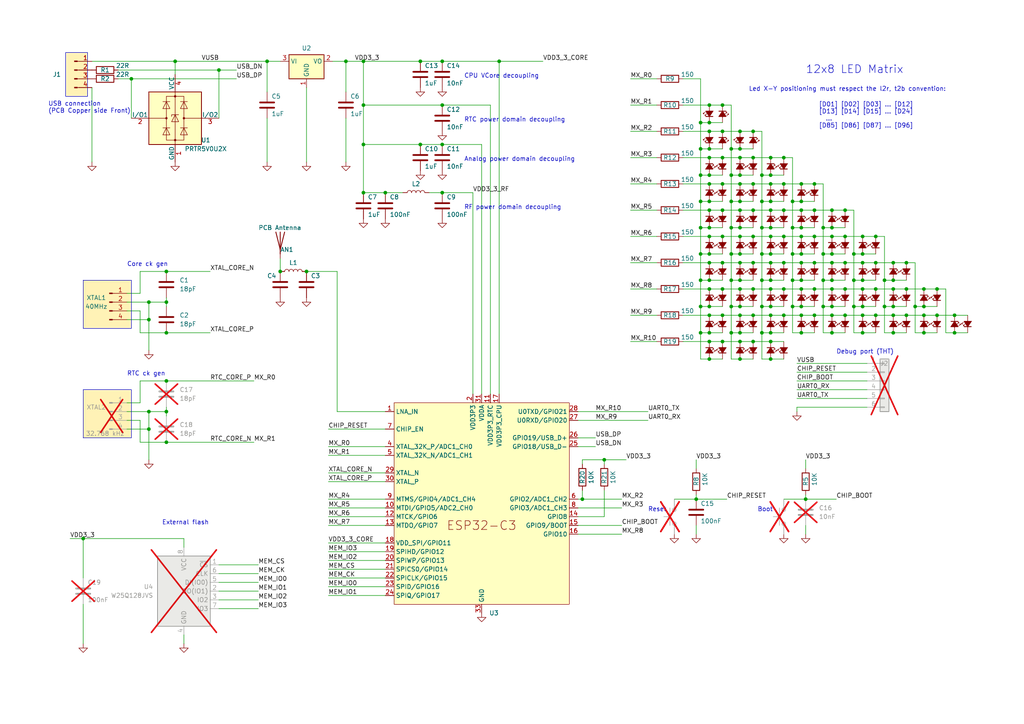
<source format=kicad_sch>
(kicad_sch (version 20230121) (generator eeschema)
  (paper "A4")
  (title_block (title "Coolbiz: Business card / cool gadget thing") (date "2023-12-07") (rev "0.0") (company "https://github.com/neta79/") (comment 1 "Check out my stuff out at:") (comment 2 "(C) Andrea Gronchi, 2023"))
  (lib_symbols
    (symbol "Connector:Conn_01x04_Pin" (pin_names (offset 1.016) hide)
      (property "Reference" "J" (at 0 5.08 0))
      (property "Value" "Conn_01x04_Pin" (at 0 -7.62 0))
      (symbol "Conn_01x04_Pin_1_1"
        (pin passive line (at 5.08 2.54 180) (length 3.81) (name "Pin_1") (number "1"))
        (pin passive line (at 5.08 0 180) (length 3.81) (name "Pin_2") (number "2"))
        (pin passive line (at 5.08 -2.54 180) (length 3.81) (name "Pin_3") (number "3"))
        (pin passive line (at 5.08 -5.08 180) (length 3.81) (name "Pin_4") (number "4"))
      )
    )
    (symbol "Connector_Generic:Conn_01x06" (pin_names (offset 1.016) hide)
      (property "Reference" "J" (at 0 7.62 0))
      (property "Value" "Conn_01x06" (at 0 -10.16 0))
      (symbol "Conn_01x06_1_1"
        (pin passive line (at -5.08 5.08 0) (length 3.81) (name "Pin_1") (number "1"))
        (pin passive line (at -5.08 2.54 0) (length 3.81) (name "Pin_2") (number "2"))
        (pin passive line (at -5.08 0 0) (length 3.81) (name "Pin_3") (number "3"))
        (pin passive line (at -5.08 -2.54 0) (length 3.81) (name "Pin_4") (number "4"))
        (pin passive line (at -5.08 -5.08 0) (length 3.81) (name "Pin_5") (number "5"))
        (pin passive line (at -5.08 -7.62 0) (length 3.81) (name "Pin_6") (number "6"))
      )
    )
    (symbol "Device:Antenna" (pin_numbers hide) (pin_names (offset 1.016) hide)
      (property "Reference" "AE" (at -1.905 1.905 0))
      (property "Value" "Antenna" (at -1.905 0 0))
      (symbol "Antenna_1_1"
        (pin input line (at 0 -5.08 90) (length 2.54) (name "A") (number "1"))
      )
    )
    (symbol "Device:C" (pin_numbers hide) (pin_names (offset 0.254))
      (property "Reference" "C" (at 0.635 2.54 0))
      (property "Value" "C" (at 0.635 -2.54 0))
      (symbol "C_1_1"
        (pin passive line (at 0 3.81 270) (length 2.794) (name "~") (number "1"))
        (pin passive line (at 0 -3.81 90) (length 2.794) (name "~") (number "2"))
      )
    )
    (symbol "Device:L" (pin_numbers hide) (pin_names (offset 1.016) hide)
      (property "Reference" "L" (at -1.27 0 90))
      (property "Value" "L" (at 1.905 0 90))
      (symbol "L_1_1"
        (pin passive line (at 0 3.81 270) (length 1.27) (name "1") (number "1"))
        (pin passive line (at 0 -3.81 90) (length 1.27) (name "2") (number "2"))
      )
    )
    (symbol "Device:LED_Small_Filled" (pin_numbers hide) (pin_names (offset 0.254) hide)
      (property "Reference" "D" (at -1.27 3.175 0))
      (property "Value" "LED_Small_Filled" (at -4.445 -2.54 0))
      (symbol "LED_Small_Filled_1_1"
        (pin passive line (at -2.54 0 0) (length 1.778) (name "K") (number "1"))
        (pin passive line (at 2.54 0 180) (length 1.778) (name "A") (number "2"))
      )
    )
    (symbol "Device:R" (pin_numbers hide) (pin_names (offset 0))
      (property "Reference" "R" (at 2.032 0 90))
      (property "Value" "R" (at 0 0 90))
      (symbol "R_1_1"
        (pin passive line (at 0 3.81 270) (length 1.27) (name "~") (number "1"))
        (pin passive line (at 0 -3.81 90) (length 1.27) (name "~") (number "2"))
      )
    )
    (symbol "Espressif:ESP32-C3"
      (property "Reference" "U" (at -25.4 35.56 0))
      (property "Value" "ESP32-C3" (at -25.4 33.02 0))
      (symbol "ESP32-C3_0_0"
        (text "ESP32-C3" (at 0 -5.08 0) (effects (font (size 2.54 2.54))))
        (pin bidirectional line (at -27.94 27.94 0) (length 2.54) (name "LNA_IN") (number "1"))
        (pin bidirectional line (at -27.94 0 0) (length 2.54) (name "MTDI/GPIO5/ADC2_CH0") (number "10"))
        (pin power_in line (at 2.54 33.02 270) (length 2.54) (name "VDD3P3_RTC") (number "11"))
        (pin bidirectional line (at -27.94 -2.54 0) (length 2.54) (name "MTCK/GPIO6") (number "12"))
        (pin bidirectional line (at -27.94 -5.08 0) (length 2.54) (name "MTDO/GPIO7") (number "13"))
        (pin bidirectional line (at 27.94 -2.54 180) (length 2.54) (name "GPIO8") (number "14"))
        (pin bidirectional line (at 27.94 -5.08 180) (length 2.54) (name "GPIO9/BOOT") (number "15"))
        (pin bidirectional line (at 27.94 -7.62 180) (length 2.54) (name "GPIO10") (number "16"))
        (pin power_in line (at 5.08 33.02 270) (length 2.54) (name "VDD3P3_CPU") (number "17"))
        (pin bidirectional line (at -27.94 -10.16 0) (length 2.54) (name "VDD_SPI/GPIO11") (number "18"))
        (pin bidirectional line (at -27.94 -12.7 0) (length 2.54) (name "SPIHD/GPIO12") (number "19"))
        (pin power_in line (at -2.54 33.02 270) (length 2.54) (name "VDD3P3") (number "2"))
        (pin bidirectional line (at -27.94 -15.24 0) (length 2.54) (name "SPIWP/GPIO13") (number "20"))
        (pin bidirectional line (at -27.94 -17.78 0) (length 2.54) (name "SPICS0/GPIO14") (number "21"))
        (pin bidirectional line (at -27.94 -20.32 0) (length 2.54) (name "SPICLK/GPIO15") (number "22"))
        (pin bidirectional line (at -27.94 -22.86 0) (length 2.54) (name "SPID/GPIO16") (number "23"))
        (pin bidirectional line (at -27.94 -25.4 0) (length 2.54) (name "SPIQ/GPIO17") (number "24"))
        (pin bidirectional line (at 27.94 17.78 180) (length 2.54) (name "GPIO18/USB_D-") (number "25"))
        (pin bidirectional line (at 27.94 20.32 180) (length 2.54) (name "GPIO19/USB_D+") (number "26"))
        (pin bidirectional line (at 27.94 25.4 180) (length 2.54) (name "U0RXD/GPIO20") (number "27"))
        (pin bidirectional line (at 27.94 27.94 180) (length 2.54) (name "U0TXD/GPIO21") (number "28"))
        (pin output line (at -27.94 10.16 0) (length 2.54) (name "XTAL_N") (number "29"))
        (pin input line (at -27.94 7.62 0) (length 2.54) (name "XTAL_P") (number "30"))
        (pin power_in line (at 0 33.02 270) (length 2.54) (name "VDDA") (number "31"))
        (pin power_in line (at 0 -30.48 90) (length 2.54) (name "GND") (number "33"))
        (pin output line (at -27.94 17.78 0) (length 2.54) (name "XTAL_32K_P/ADC1_CH0") (number "4"))
        (pin input line (at -27.94 15.24 0) (length 2.54) (name "XTAL_32K_N/ADC1_CH1") (number "5"))
        (pin bidirectional line (at 27.94 2.54 180) (length 2.54) (name "GPIO2/ADC1_CH2") (number "6"))
        (pin input line (at -27.94 22.86 0) (length 2.54) (name "CHIP_EN") (number "7"))
        (pin bidirectional line (at 27.94 0 180) (length 2.54) (name "GPIO3/ADC1_CH3") (number "8"))
        (pin bidirectional line (at -27.94 2.54 0) (length 2.54) (name "MTMS/GPIO4/ADC1_CH4") (number "9"))
      )
      (symbol "ESP32-C3_0_1"
        (pin passive line (at -2.54 33.02 270) (length 2.54) hide (name "VDD3P3") (number "3"))
        (pin passive line (at 0 33.02 270) (length 2.54) hide (name "VDDA") (number "32"))
      )
    )
    (symbol "Memory_Flash:W25Q128JVS"
      (property "Reference" "U" (at -8.89 8.89 0))
      (property "Value" "W25Q128JVS" (at 7.62 8.89 0))
      (symbol "W25Q128JVS_1_1"
        (pin input line (at -10.16 7.62 0) (length 2.54) (name "~{CS}") (number "1"))
        (pin bidirectional line (at -10.16 0 0) (length 2.54) (name "DO(IO1)") (number "2"))
        (pin bidirectional line (at -10.16 -2.54 0) (length 2.54) (name "IO2") (number "3"))
        (pin power_in line (at 0 -12.7 90) (length 2.54) (name "GND") (number "4"))
        (pin bidirectional line (at -10.16 2.54 0) (length 2.54) (name "DI(IO0)") (number "5"))
        (pin input line (at -10.16 5.08 0) (length 2.54) (name "CLK") (number "6"))
        (pin bidirectional line (at -10.16 -5.08 0) (length 2.54) (name "IO3") (number "7"))
        (pin power_in line (at 0 12.7 270) (length 2.54) (name "VCC") (number "8"))
      )
    )
    (symbol "Power_Protection:PRTR5V0U2X" (pin_names (offset 0))
      (property "Reference" "D" (at 2.794 8.636 0))
      (property "Value" "PRTR5V0U2X" (at 8.128 -9.398 0))
      (symbol "PRTR5V0U2X_1_1"
        (pin passive line (at 0 -12.7 90) (length 5.08) (name "GND") (number "1"))
        (pin passive line (at -12.7 0 0) (length 5.08) (name "I/O1") (number "2"))
        (pin passive line (at 12.7 0 180) (length 5.08) (name "I/O2") (number "3"))
        (pin passive line (at 0 12.7 270) (length 5.08) (name "VCC") (number "4"))
      )
    )
    (symbol "Regulator_Linear:AMS1117-3.3"
      (property "Reference" "U" (at -3.81 3.175 0))
      (property "Value" "AMS1117-3.3" (at 0 3.175 0))
      (symbol "AMS1117-3.3_1_1"
        (pin power_in line (at 0 -7.62 90) (length 2.54) (name "GND") (number "1"))
        (pin power_out line (at 7.62 0 180) (length 2.54) (name "VO") (number "2"))
        (pin power_in line (at -7.62 0 0) (length 2.54) (name "VI") (number "3"))
      )
    )
    (symbol "Switch:SW_Push" (pin_numbers hide) (pin_names (offset 1.016) hide)
      (property "Reference" "SW" (at 1.27 2.54 0))
      (property "Value" "SW_Push" (at 0 -1.524 0))
      (symbol "SW_Push_0_1"
        (pin passive line (at -5.08 0 0) (length 2.54) (name "1") (number "1"))
        (pin passive line (at 5.08 0 180) (length 2.54) (name "2") (number "2"))
      )
    )
    (symbol "power:GND" (power) (pin_names (offset 0))
      (property "Value" "GND" (at 0 -3.81 0))
      (symbol "GND_1_1"
        (pin power_in line (at 0 0 270) (length 0) hide (name "GND") (number "1"))
      )
    )
  )
  (junction (at 128.27 41.91))
  (junction (at 203.2 73.66))
  (junction (at 232.41 81.28))
  (junction (at 214.63 83.82))
  (junction (at 223.52 45.72))
  (junction (at 250.19 68.58))
  (junction (at 212.09 66.04))
  (junction (at 218.44 53.34))
  (junction (at 212.09 88.9))
  (junction (at 48.26 128.27))
  (junction (at 218.44 91.44))
  (junction (at 205.74 45.72))
  (junction (at 212.09 50.8))
  (junction (at 43.18 124.46))
  (junction (at 121.92 17.78))
  (junction (at 259.08 76.2))
  (junction (at 128.27 55.88))
  (junction (at 209.55 99.06))
  (junction (at 232.41 66.04))
  (junction (at 203.2 35.56))
  (junction (at 43.18 87.63))
  (junction (at 236.22 83.82))
  (junction (at 209.55 91.44))
  (junction (at 48.26 110.49))
  (junction (at 220.98 66.04))
  (junction (at 267.97 91.44))
  (junction (at 254 91.44))
  (junction (at 105.41 30.48))
  (junction (at 223.52 83.82))
  (junction (at 250.19 76.2))
  (junction (at 214.63 50.8))
  (junction (at 227.33 60.96))
  (junction (at 223.52 81.28))
  (junction (at 24.13 156.21))
  (junction (at 214.63 45.72))
  (junction (at 271.78 91.44))
  (junction (at 214.63 99.06))
  (junction (at 250.19 81.28))
  (junction (at 227.33 76.2))
  (junction (at 203.2 58.42))
  (junction (at 128.27 17.78))
  (junction (at 256.54 88.9))
  (junction (at 223.52 96.52))
  (junction (at 218.44 83.82))
  (junction (at 241.3 83.82))
  (junction (at 144.78 17.78))
  (junction (at 254 76.2))
  (junction (at 214.63 43.18))
  (junction (at 233.68 144.78))
  (junction (at 236.22 91.44))
  (junction (at 205.74 88.9))
  (junction (at 220.98 73.66))
  (junction (at 267.97 96.52))
  (junction (at 205.74 99.06))
  (junction (at 223.52 53.34))
  (junction (at 229.87 66.04))
  (junction (at 227.33 53.34))
  (junction (at 238.76 73.66))
  (junction (at 250.19 88.9))
  (junction (at 212.09 58.42))
  (junction (at 267.97 88.9))
  (junction (at 259.08 81.28))
  (junction (at 250.19 73.66))
  (junction (at 48.26 119.38))
  (junction (at 245.11 91.44))
  (junction (at 241.3 81.28))
  (junction (at 214.63 60.96))
  (junction (at 259.08 91.44))
  (junction (at 209.55 68.58))
  (junction (at 223.52 60.96))
  (junction (at 205.74 53.34))
  (junction (at 128.27 30.48))
  (junction (at 205.74 81.28))
  (junction (at 220.98 81.28))
  (junction (at 212.09 43.18))
  (junction (at 232.41 60.96))
  (junction (at 43.18 119.38))
  (junction (at 220.98 50.8))
  (junction (at 111.76 55.88))
  (junction (at 238.76 88.9))
  (junction (at 229.87 58.42))
  (junction (at 241.3 76.2))
  (junction (at 250.19 96.52))
  (junction (at 232.41 53.34))
  (junction (at 209.55 45.72))
  (junction (at 232.41 76.2))
  (junction (at 214.63 38.1))
  (junction (at 250.19 91.44))
  (junction (at 236.22 76.2))
  (junction (at 247.65 73.66))
  (junction (at 214.63 91.44))
  (junction (at 241.3 91.44))
  (junction (at 229.87 73.66))
  (junction (at 236.22 60.96))
  (junction (at 205.74 43.18))
  (junction (at 245.11 60.96))
  (junction (at 232.41 68.58))
  (junction (at 205.74 91.44))
  (junction (at 43.18 92.71))
  (junction (at 241.3 66.04))
  (junction (at 100.33 17.78))
  (junction (at 48.26 87.63))
  (junction (at 236.22 53.34))
  (junction (at 241.3 68.58))
  (junction (at 81.28 78.74))
  (junction (at 48.26 96.52))
  (junction (at 259.08 83.82))
  (junction (at 262.89 91.44))
  (junction (at 232.41 83.82))
  (junction (at 220.98 96.52))
  (junction (at 265.43 88.9))
  (junction (at 214.63 53.34))
  (junction (at 214.63 58.42))
  (junction (at 223.52 73.66))
  (junction (at 205.74 58.42))
  (junction (at 201.93 144.78))
  (junction (at 205.74 60.96))
  (junction (at 223.52 66.04))
  (junction (at 223.52 76.2))
  (junction (at 205.74 30.48))
  (junction (at 205.74 38.1))
  (junction (at 63.5 20.32))
  (junction (at 229.87 81.28))
  (junction (at 247.65 81.28))
  (junction (at 276.86 96.52))
  (junction (at 214.63 96.52))
  (junction (at 203.2 96.52))
  (junction (at 105.41 55.88))
  (junction (at 236.22 68.58))
  (junction (at 212.09 96.52))
  (junction (at 227.33 83.82))
  (junction (at 267.97 83.82))
  (junction (at 254 83.82))
  (junction (at 203.2 81.28))
  (junction (at 245.11 76.2))
  (junction (at 232.41 58.42))
  (junction (at 214.63 88.9))
  (junction (at 259.08 96.52))
  (junction (at 245.11 68.58))
  (junction (at 262.89 83.82))
  (junction (at 232.41 73.66))
  (junction (at 203.2 43.18))
  (junction (at 105.41 17.78))
  (junction (at 247.65 88.9))
  (junction (at 168.91 144.78))
  (junction (at 245.11 83.82))
  (junction (at 223.52 50.8))
  (junction (at 250.19 83.82))
  (junction (at 214.63 68.58))
  (junction (at 218.44 76.2))
  (junction (at 205.74 50.8))
  (junction (at 241.3 60.96))
  (junction (at 232.41 88.9))
  (junction (at 205.74 96.52))
  (junction (at 88.9 78.74))
  (junction (at 214.63 81.28))
  (junction (at 105.41 41.91))
  (junction (at 212.09 73.66))
  (junction (at 271.78 83.82))
  (junction (at 238.76 81.28))
  (junction (at 209.55 83.82))
  (junction (at 223.52 88.9))
  (junction (at 212.09 81.28))
  (junction (at 209.55 60.96))
  (junction (at 223.52 91.44))
  (junction (at 220.98 58.42))
  (junction (at 254 68.58))
  (junction (at 227.33 45.72))
  (junction (at 209.55 76.2))
  (junction (at 175.26 133.35))
  (junction (at 50.8 17.78))
  (junction (at 205.74 35.56))
  (junction (at 203.2 66.04))
  (junction (at 205.74 73.66))
  (junction (at 241.3 96.52))
  (junction (at 214.63 104.14))
  (junction (at 214.63 73.66))
  (junction (at 205.74 83.82))
  (junction (at 209.55 30.48))
  (junction (at 121.92 41.91))
  (junction (at 232.41 91.44))
  (junction (at 214.63 76.2))
  (junction (at 205.74 76.2))
  (junction (at 214.63 66.04))
  (junction (at 203.2 88.9))
  (junction (at 218.44 68.58))
  (junction (at 48.26 78.74))
  (junction (at 227.33 68.58))
  (junction (at 241.3 88.9))
  (junction (at 209.55 53.34))
  (junction (at 205.74 66.04))
  (junction (at 205.74 104.14))
  (junction (at 205.74 68.58))
  (junction (at 262.89 76.2))
  (junction (at 227.33 91.44))
  (junction (at 256.54 81.28))
  (junction (at 223.52 68.58))
  (junction (at 223.52 99.06))
  (junction (at 77.47 17.78))
  (junction (at 218.44 60.96))
  (junction (at 259.08 88.9))
  (junction (at 38.1 22.86))
  (junction (at 229.87 88.9))
  (junction (at 218.44 45.72))
  (junction (at 223.52 58.42))
  (junction (at 209.55 38.1))
  (junction (at 218.44 99.06))
  (junction (at 232.41 96.52))
  (junction (at 220.98 88.9))
  (junction (at 238.76 66.04))
  (junction (at 223.52 104.14))
  (junction (at 241.3 73.66))
  (junction (at 276.86 91.44))
  (junction (at 203.2 50.8))
  (junction (at 218.44 38.1))
  (wire (pts (xy 205.74 104.14) (xy 209.55 104.14)))
  (wire (pts (xy 205.74 91.44) (xy 209.55 91.44)))
  (wire (pts (xy 128.27 55.88) (xy 137.16 55.88)))
  (wire (pts (xy 63.5 171.45) (xy 74.93 171.45)))
  (wire (pts (xy 212.09 73.66) (xy 212.09 81.28)))
  (wire (pts (xy 247.65 96.52) (xy 250.19 96.52)))
  (wire (pts (xy 40.64 110.49) (xy 48.26 110.49)))
  (wire (pts (xy 203.2 50.8) (xy 205.74 50.8)))
  (wire (pts (xy 95.25 149.86) (xy 111.76 149.86)))
  (wire (pts (xy 218.44 83.82) (xy 223.52 83.82)))
  (wire (pts (xy 223.52 96.52) (xy 227.33 96.52)))
  (wire (pts (xy 232.41 60.96) (xy 236.22 60.96)))
  (wire (pts (xy 232.41 53.34) (xy 236.22 53.34)))
  (wire (pts (xy 43.18 87.63) (xy 43.18 92.71)))
  (wire (pts (xy 229.87 81.28) (xy 232.41 81.28)))
  (wire (pts (xy 265.43 96.52) (xy 267.97 96.52)))
  (wire (pts (xy 247.65 81.28) (xy 247.65 88.9)))
  (wire (pts (xy 63.5 168.91) (xy 74.93 168.91)))
  (wire (pts (xy 172.72 127) (xy 167.64 127)))
  (wire (pts (xy 256.54 88.9) (xy 256.54 96.52)))
  (wire (pts (xy 229.87 88.9) (xy 232.41 88.9)))
  (wire (pts (xy 168.91 144.78) (xy 168.91 142.24)))
  (wire (pts (xy 205.74 38.1) (xy 209.55 38.1)))
  (wire (pts (xy 100.33 17.78) (xy 105.41 17.78)))
  (wire (pts (xy 40.64 121.92) (xy 40.64 128.27)))
  (wire (pts (xy 214.63 60.96) (xy 218.44 60.96)))
  (wire (pts (xy 212.09 96.52) (xy 212.09 104.14)))
  (wire (pts (xy 48.26 118.11) (xy 48.26 119.38)))
  (wire (pts (xy 48.26 119.38) (xy 48.26 120.65)))
  (wire (pts (xy 227.33 60.96) (xy 232.41 60.96)))
  (wire (pts (xy 40.64 85.09) (xy 40.64 78.74)))
  (wire (pts (xy 142.24 30.48) (xy 142.24 114.3)))
  (wire (pts (xy 175.26 133.35) (xy 175.26 134.62)))
  (wire (pts (xy 167.64 147.32) (xy 180.34 147.32)))
  (wire (pts (xy 218.44 99.06) (xy 223.52 99.06)))
  (wire (pts (xy 229.87 73.66) (xy 229.87 81.28)))
  (wire (pts (xy 256.54 88.9) (xy 259.08 88.9)))
  (wire (pts (xy 256.54 96.52) (xy 259.08 96.52)))
  (wire (pts (xy 223.52 73.66) (xy 227.33 73.66)))
  (wire (pts (xy 205.74 43.18) (xy 209.55 43.18)))
  (wire (pts (xy 218.44 38.1) (xy 220.98 38.1)))
  (wire (pts (xy 238.76 88.9) (xy 238.76 96.52)))
  (wire (pts (xy 212.09 58.42) (xy 214.63 58.42)))
  (wire (pts (xy 40.64 78.74) (xy 48.26 78.74)))
  (wire (pts (xy 203.2 88.9) (xy 205.74 88.9)))
  (wire (pts (xy 205.74 73.66) (xy 209.55 73.66)))
  (wire (pts (xy 95.25 124.46) (xy 111.76 124.46)))
  (wire (pts (xy 203.2 35.56) (xy 205.74 35.56)))
  (wire (pts (xy 95.25 160.02) (xy 111.76 160.02)))
  (wire (pts (xy 168.91 144.78) (xy 180.34 144.78)))
  (wire (pts (xy 232.41 66.04) (xy 236.22 66.04)))
  (wire (pts (xy 81.28 74.93) (xy 81.28 78.74)))
  (wire (pts (xy 38.1 22.86) (xy 68.58 22.86)))
  (wire (pts (xy 24.13 186.69) (xy 24.13 175.26)))
  (wire (pts (xy 205.74 83.82) (xy 209.55 83.82)))
  (wire (pts (xy 121.92 17.78) (xy 128.27 17.78)))
  (wire (pts (xy 105.41 17.78) (xy 105.41 30.48)))
  (wire (pts (xy 100.33 26.67) (xy 100.33 17.78)))
  (wire (pts (xy 124.46 55.88) (xy 128.27 55.88)))
  (wire (pts (xy 231.14 105.41) (xy 251.46 105.41)))
  (wire (pts (xy 223.52 99.06) (xy 227.33 99.06)))
  (wire (pts (xy 95.25 139.7) (xy 111.76 139.7)))
  (wire (pts (xy 247.65 60.96) (xy 247.65 73.66)))
  (wire (pts (xy 201.93 133.35) (xy 201.93 135.89)))
  (wire (pts (xy 238.76 66.04) (xy 238.76 73.66)))
  (wire (pts (xy 203.2 88.9) (xy 203.2 96.52)))
  (wire (pts (xy 209.55 60.96) (xy 214.63 60.96)))
  (wire (pts (xy 256.54 81.28) (xy 256.54 88.9)))
  (wire (pts (xy 250.19 68.58) (xy 254 68.58)))
  (wire (pts (xy 95.25 144.78) (xy 111.76 144.78)))
  (wire (pts (xy 167.64 154.94) (xy 180.34 154.94)))
  (wire (pts (xy 229.87 58.42) (xy 232.41 58.42)))
  (wire (pts (xy 209.55 99.06) (xy 214.63 99.06)))
  (wire (pts (xy 254 91.44) (xy 259.08 91.44)))
  (wire (pts (xy 201.93 144.78) (xy 210.82 144.78)))
  (wire (pts (xy 105.41 55.88) (xy 111.76 55.88)))
  (wire (pts (xy 212.09 73.66) (xy 214.63 73.66)))
  (wire (pts (xy 220.98 38.1) (xy 220.98 50.8)))
  (wire (pts (xy 212.09 30.48) (xy 212.09 43.18)))
  (wire (pts (xy 218.44 60.96) (xy 223.52 60.96)))
  (wire (pts (xy 203.2 66.04) (xy 203.2 73.66)))
  (wire (pts (xy 227.33 53.34) (xy 232.41 53.34)))
  (wire (pts (xy 214.63 76.2) (xy 218.44 76.2)))
  (wire (pts (xy 203.2 35.56) (xy 203.2 43.18)))
  (wire (pts (xy 238.76 73.66) (xy 238.76 81.28)))
  (wire (pts (xy 24.13 156.21) (xy 24.13 167.64)))
  (wire (pts (xy 198.12 60.96) (xy 205.74 60.96)))
  (wire (pts (xy 236.22 53.34) (xy 238.76 53.34)))
  (wire (pts (xy 232.41 76.2) (xy 236.22 76.2)))
  (wire (pts (xy 232.41 81.28) (xy 236.22 81.28)))
  (wire (pts (xy 40.64 128.27) (xy 48.26 128.27)))
  (wire (pts (xy 212.09 50.8) (xy 214.63 50.8)))
  (wire (pts (xy 205.74 66.04) (xy 209.55 66.04)))
  (wire (pts (xy 229.87 45.72) (xy 229.87 58.42)))
  (wire (pts (xy 220.98 81.28) (xy 220.98 88.9)))
  (wire (pts (xy 250.19 96.52) (xy 254 96.52)))
  (wire (pts (xy 231.14 113.03) (xy 251.46 113.03)))
  (wire (pts (xy 205.74 35.56) (xy 209.55 35.56)))
  (wire (pts (xy 95.25 152.4) (xy 111.76 152.4)))
  (wire (pts (xy 238.76 96.52) (xy 241.3 96.52)))
  (wire (pts (xy 97.79 119.38) (xy 111.76 119.38)))
  (wire (pts (xy 26.67 17.78) (xy 50.8 17.78)))
  (wire (pts (xy 274.32 83.82) (xy 274.32 96.52)))
  (wire (pts (xy 128.27 17.78) (xy 144.78 17.78)))
  (wire (pts (xy 232.41 91.44) (xy 236.22 91.44)))
  (wire (pts (xy 231.14 107.95) (xy 251.46 107.95)))
  (wire (pts (xy 251.46 118.11) (xy 231.14 118.11)))
  (wire (pts (xy 276.86 91.44) (xy 280.67 91.44)))
  (wire (pts (xy 198.12 22.86) (xy 203.2 22.86)))
  (wire (pts (xy 198.12 68.58) (xy 205.74 68.58)))
  (wire (pts (xy 223.52 68.58) (xy 227.33 68.58)))
  (wire (pts (xy 229.87 66.04) (xy 229.87 73.66)))
  (wire (pts (xy 182.88 45.72) (xy 190.5 45.72)))
  (wire (pts (xy 214.63 66.04) (xy 218.44 66.04)))
  (wire (pts (xy 63.5 173.99) (xy 74.93 173.99)))
  (wire (pts (xy 250.19 88.9) (xy 254 88.9)))
  (wire (pts (xy 43.18 124.46) (xy 43.18 133.35)))
  (wire (pts (xy 205.74 76.2) (xy 209.55 76.2)))
  (wire (pts (xy 265.43 88.9) (xy 267.97 88.9)))
  (wire (pts (xy 262.89 83.82) (xy 267.97 83.82)))
  (wire (pts (xy 218.44 68.58) (xy 223.52 68.58)))
  (wire (pts (xy 247.65 73.66) (xy 250.19 73.66)))
  (wire (pts (xy 267.97 96.52) (xy 271.78 96.52)))
  (wire (pts (xy 95.25 167.64) (xy 111.76 167.64)))
  (wire (pts (xy 229.87 88.9) (xy 229.87 96.52)))
  (wire (pts (xy 250.19 81.28) (xy 254 81.28)))
  (wire (pts (xy 245.11 83.82) (xy 250.19 83.82)))
  (wire (pts (xy 214.63 83.82) (xy 218.44 83.82)))
  (wire (pts (xy 259.08 91.44) (xy 262.89 91.44)))
  (wire (pts (xy 214.63 104.14) (xy 218.44 104.14)))
  (wire (pts (xy 250.19 83.82) (xy 254 83.82)))
  (wire (pts (xy 212.09 66.04) (xy 212.09 73.66)))
  (wire (pts (xy 223.52 91.44) (xy 227.33 91.44)))
  (wire (pts (xy 259.08 96.52) (xy 262.89 96.52)))
  (wire (pts (xy 223.52 60.96) (xy 227.33 60.96)))
  (wire (pts (xy 36.83 121.92) (xy 40.64 121.92)))
  (wire (pts (xy 144.78 17.78) (xy 157.48 17.78)))
  (wire (pts (xy 182.88 99.06) (xy 190.5 99.06)))
  (wire (pts (xy 247.65 81.28) (xy 250.19 81.28)))
  (wire (pts (xy 203.2 104.14) (xy 205.74 104.14)))
  (wire (pts (xy 212.09 96.52) (xy 214.63 96.52)))
  (wire (pts (xy 250.19 76.2) (xy 254 76.2)))
  (wire (pts (xy 259.08 88.9) (xy 262.89 88.9)))
  (wire (pts (xy 203.2 81.28) (xy 205.74 81.28)))
  (wire (pts (xy 205.74 96.52) (xy 209.55 96.52)))
  (wire (pts (xy 214.63 88.9) (xy 218.44 88.9)))
  (wire (pts (xy 241.3 66.04) (xy 245.11 66.04)))
  (wire (pts (xy 232.41 68.58) (xy 236.22 68.58)))
  (wire (pts (xy 205.74 68.58) (xy 209.55 68.58)))
  (wire (pts (xy 265.43 88.9) (xy 265.43 96.52)))
  (wire (pts (xy 220.98 81.28) (xy 223.52 81.28)))
  (wire (pts (xy 232.41 73.66) (xy 236.22 73.66)))
  (wire (pts (xy 95.25 132.08) (xy 111.76 132.08)))
  (wire (pts (xy 36.83 124.46) (xy 43.18 124.46)))
  (wire (pts (xy 48.26 78.74) (xy 60.96 78.74)))
  (wire (pts (xy 203.2 73.66) (xy 205.74 73.66)))
  (wire (pts (xy 256.54 68.58) (xy 256.54 81.28)))
  (wire (pts (xy 198.12 99.06) (xy 205.74 99.06)))
  (wire (pts (xy 95.25 137.16) (xy 111.76 137.16)))
  (wire (pts (xy 220.98 88.9) (xy 220.98 96.52)))
  (wire (pts (xy 48.26 119.38) (xy 43.18 119.38)))
  (wire (pts (xy 77.47 17.78) (xy 77.47 26.67)))
  (wire (pts (xy 267.97 88.9) (xy 271.78 88.9)))
  (wire (pts (xy 95.25 157.48) (xy 111.76 157.48)))
  (wire (pts (xy 198.12 53.34) (xy 205.74 53.34)))
  (wire (pts (xy 265.43 76.2) (xy 265.43 88.9)))
  (wire (pts (xy 220.98 73.66) (xy 220.98 81.28)))
  (wire (pts (xy 167.64 119.38) (xy 187.96 119.38)))
  (wire (pts (xy 212.09 104.14) (xy 214.63 104.14)))
  (wire (pts (xy 209.55 76.2) (xy 214.63 76.2)))
  (wire (pts (xy 95.25 170.18) (xy 111.76 170.18)))
  (wire (pts (xy 182.88 22.86) (xy 190.5 22.86)))
  (wire (pts (xy 254 76.2) (xy 259.08 76.2)))
  (wire (pts (xy 214.63 58.42) (xy 218.44 58.42)))
  (wire (pts (xy 223.52 83.82) (xy 227.33 83.82)))
  (wire (pts (xy 40.64 96.52) (xy 48.26 96.52)))
  (wire (pts (xy 229.87 66.04) (xy 232.41 66.04)))
  (wire (pts (xy 203.2 50.8) (xy 203.2 58.42)))
  (wire (pts (xy 48.26 86.36) (xy 48.26 87.63)))
  (wire (pts (xy 247.65 73.66) (xy 247.65 81.28)))
  (wire (pts (xy 203.2 73.66) (xy 203.2 81.28)))
  (wire (pts (xy 88.9 78.74) (xy 97.79 78.74)))
  (wire (pts (xy 20.32 156.21) (xy 24.13 156.21)))
  (wire (pts (xy 105.41 41.91) (xy 105.41 55.88)))
  (wire (pts (xy 223.52 58.42) (xy 227.33 58.42)))
  (wire (pts (xy 139.7 41.91) (xy 139.7 114.3)))
  (wire (pts (xy 48.26 96.52) (xy 60.96 96.52)))
  (wire (pts (xy 168.91 133.35) (xy 168.91 134.62)))
  (wire (pts (xy 97.79 78.74) (xy 97.79 119.38)))
  (wire (pts (xy 214.63 45.72) (xy 218.44 45.72)))
  (wire (pts (xy 218.44 53.34) (xy 223.52 53.34)))
  (wire (pts (xy 26.67 25.4) (xy 26.67 46.99)))
  (wire (pts (xy 95.25 165.1) (xy 111.76 165.1)))
  (wire (pts (xy 201.93 144.78) (xy 201.93 143.51)))
  (wire (pts (xy 220.98 66.04) (xy 220.98 73.66)))
  (wire (pts (xy 95.25 147.32) (xy 111.76 147.32)))
  (wire (pts (xy 63.5 163.83) (xy 74.93 163.83)))
  (wire (pts (xy 220.98 50.8) (xy 220.98 58.42)))
  (wire (pts (xy 220.98 50.8) (xy 223.52 50.8)))
  (wire (pts (xy 254 83.82) (xy 259.08 83.82)))
  (wire (pts (xy 220.98 58.42) (xy 220.98 66.04)))
  (wire (pts (xy 229.87 96.52) (xy 232.41 96.52)))
  (wire (pts (xy 250.19 73.66) (xy 254 73.66)))
  (wire (pts (xy 203.2 22.86) (xy 203.2 35.56)))
  (wire (pts (xy 233.68 154.94) (xy 233.68 152.4)))
  (wire (pts (xy 267.97 91.44) (xy 271.78 91.44)))
  (wire (pts (xy 229.87 73.66) (xy 232.41 73.66)))
  (wire (pts (xy 182.88 30.48) (xy 190.5 30.48)))
  (wire (pts (xy 63.5 166.37) (xy 74.93 166.37)))
  (wire (pts (xy 241.3 81.28) (xy 245.11 81.28)))
  (wire (pts (xy 209.55 91.44) (xy 214.63 91.44)))
  (wire (pts (xy 236.22 68.58) (xy 241.3 68.58)))
  (wire (pts (xy 203.2 43.18) (xy 203.2 50.8)))
  (wire (pts (xy 95.25 162.56) (xy 111.76 162.56)))
  (wire (pts (xy 259.08 81.28) (xy 262.89 81.28)))
  (wire (pts (xy 53.34 156.21) (xy 53.34 158.75)))
  (wire (pts (xy 203.2 96.52) (xy 205.74 96.52)))
  (wire (pts (xy 241.3 96.52) (xy 245.11 96.52)))
  (wire (pts (xy 50.8 17.78) (xy 77.47 17.78)))
  (wire (pts (xy 195.58 144.78) (xy 201.93 144.78)))
  (wire (pts (xy 63.5 176.53) (xy 74.93 176.53)))
  (wire (pts (xy 223.52 50.8) (xy 227.33 50.8)))
  (wire (pts (xy 205.74 58.42) (xy 209.55 58.42)))
  (wire (pts (xy 259.08 76.2) (xy 262.89 76.2)))
  (wire (pts (xy 214.63 53.34) (xy 218.44 53.34)))
  (wire (pts (xy 220.98 73.66) (xy 223.52 73.66)))
  (wire (pts (xy 209.55 30.48) (xy 212.09 30.48)))
  (wire (pts (xy 203.2 96.52) (xy 203.2 104.14)))
  (wire (pts (xy 182.88 38.1) (xy 190.5 38.1)))
  (wire (pts (xy 209.55 68.58) (xy 214.63 68.58)))
  (wire (pts (xy 198.12 76.2) (xy 205.74 76.2)))
  (wire (pts (xy 105.41 17.78) (xy 121.92 17.78)))
  (wire (pts (xy 223.52 88.9) (xy 227.33 88.9)))
  (wire (pts (xy 238.76 73.66) (xy 241.3 73.66)))
  (wire (pts (xy 182.88 91.44) (xy 190.5 91.44)))
  (wire (pts (xy 212.09 58.42) (xy 212.09 66.04)))
  (wire (pts (xy 267.97 83.82) (xy 271.78 83.82)))
  (wire (pts (xy 205.74 45.72) (xy 209.55 45.72)))
  (wire (pts (xy 220.98 58.42) (xy 223.52 58.42)))
  (wire (pts (xy 223.52 76.2) (xy 227.33 76.2)))
  (wire (pts (xy 214.63 81.28) (xy 218.44 81.28)))
  (wire (pts (xy 214.63 96.52) (xy 218.44 96.52)))
  (wire (pts (xy 198.12 30.48) (xy 205.74 30.48)))
  (wire (pts (xy 214.63 91.44) (xy 218.44 91.44)))
  (wire (pts (xy 144.78 17.78) (xy 144.78 114.3)))
  (wire (pts (xy 128.27 41.91) (xy 139.7 41.91)))
  (wire (pts (xy 241.3 76.2) (xy 245.11 76.2)))
  (wire (pts (xy 209.55 38.1) (xy 214.63 38.1)))
  (wire (pts (xy 214.63 38.1) (xy 218.44 38.1)))
  (wire (pts (xy 137.16 55.88) (xy 137.16 114.3)))
  (wire (pts (xy 238.76 81.28) (xy 238.76 88.9)))
  (wire (pts (xy 128.27 30.48) (xy 142.24 30.48)))
  (wire (pts (xy 241.3 73.66) (xy 245.11 73.66)))
  (wire (pts (xy 241.3 83.82) (xy 245.11 83.82)))
  (wire (pts (xy 203.2 81.28) (xy 203.2 88.9)))
  (wire (pts (xy 214.63 43.18) (xy 218.44 43.18)))
  (wire (pts (xy 250.19 91.44) (xy 254 91.44)))
  (wire (pts (xy 205.74 99.06) (xy 209.55 99.06)))
  (wire (pts (xy 53.34 186.69) (xy 53.34 184.15)))
  (wire (pts (xy 233.68 133.35) (xy 233.68 135.89)))
  (wire (pts (xy 223.52 66.04) (xy 227.33 66.04)))
  (wire (pts (xy 175.26 149.86) (xy 167.64 149.86)))
  (wire (pts (xy 254 68.58) (xy 256.54 68.58)))
  (wire (pts (xy 245.11 60.96) (xy 247.65 60.96)))
  (wire (pts (xy 232.41 96.52) (xy 236.22 96.52)))
  (wire (pts (xy 198.12 38.1) (xy 205.74 38.1)))
  (wire (pts (xy 205.74 30.48) (xy 209.55 30.48)))
  (wire (pts (xy 203.2 58.42) (xy 205.74 58.42)))
  (wire (pts (xy 172.72 129.54) (xy 167.64 129.54)))
  (wire (pts (xy 203.2 66.04) (xy 205.74 66.04)))
  (wire (pts (xy 203.2 43.18) (xy 205.74 43.18)))
  (wire (pts (xy 241.3 60.96) (xy 245.11 60.96)))
  (wire (pts (xy 247.65 88.9) (xy 247.65 96.52)))
  (wire (pts (xy 218.44 91.44) (xy 223.52 91.44)))
  (wire (pts (xy 205.74 81.28) (xy 209.55 81.28)))
  (wire (pts (xy 214.63 99.06) (xy 218.44 99.06)))
  (wire (pts (xy 40.64 116.84) (xy 40.64 110.49)))
  (wire (pts (xy 34.29 22.86) (xy 38.1 22.86)))
  (wire (pts (xy 262.89 76.2) (xy 265.43 76.2)))
  (wire (pts (xy 212.09 88.9) (xy 214.63 88.9)))
  (wire (pts (xy 77.47 17.78) (xy 81.28 17.78)))
  (wire (pts (xy 218.44 45.72) (xy 223.52 45.72)))
  (wire (pts (xy 245.11 91.44) (xy 250.19 91.44)))
  (wire (pts (xy 214.63 68.58) (xy 218.44 68.58)))
  (wire (pts (xy 238.76 81.28) (xy 241.3 81.28)))
  (wire (pts (xy 245.11 68.58) (xy 250.19 68.58)))
  (wire (pts (xy 209.55 53.34) (xy 214.63 53.34)))
  (wire (pts (xy 220.98 88.9) (xy 223.52 88.9)))
  (wire (pts (xy 212.09 43.18) (xy 214.63 43.18)))
  (wire (pts (xy 38.1 34.29) (xy 38.1 22.86)))
  (wire (pts (xy 205.74 50.8) (xy 209.55 50.8)))
  (wire (pts (xy 105.41 30.48) (xy 128.27 30.48)))
  (wire (pts (xy 182.88 83.82) (xy 190.5 83.82)))
  (wire (pts (xy 276.86 96.52) (xy 280.67 96.52)))
  (wire (pts (xy 181.61 133.35) (xy 175.26 133.35)))
  (wire (pts (xy 36.83 92.71) (xy 43.18 92.71)))
  (wire (pts (xy 271.78 83.82) (xy 274.32 83.82)))
  (wire (pts (xy 182.88 60.96) (xy 190.5 60.96)))
  (wire (pts (xy 220.98 104.14) (xy 223.52 104.14)))
  (wire (pts (xy 227.33 76.2) (xy 232.41 76.2)))
  (wire (pts (xy 175.26 133.35) (xy 168.91 133.35)))
  (wire (pts (xy 209.55 45.72) (xy 214.63 45.72)))
  (wire (pts (xy 236.22 60.96) (xy 241.3 60.96)))
  (wire (pts (xy 223.52 81.28) (xy 227.33 81.28)))
  (wire (pts (xy 259.08 83.82) (xy 262.89 83.82)))
  (wire (pts (xy 198.12 91.44) (xy 205.74 91.44)))
  (wire (pts (xy 212.09 81.28) (xy 214.63 81.28)))
  (wire (pts (xy 212.09 50.8) (xy 212.09 58.42)))
  (wire (pts (xy 241.3 91.44) (xy 245.11 91.44)))
  (wire (pts (xy 232.41 88.9) (xy 236.22 88.9)))
  (wire (pts (xy 198.12 45.72) (xy 205.74 45.72)))
  (wire (pts (xy 205.74 60.96) (xy 209.55 60.96)))
  (wire (pts (xy 231.14 110.49) (xy 251.46 110.49)))
  (wire (pts (xy 236.22 76.2) (xy 241.3 76.2)))
  (wire (pts (xy 232.41 58.42) (xy 236.22 58.42)))
  (wire (pts (xy 48.26 110.49) (xy 73.66 110.49)))
  (wire (pts (xy 167.64 121.92) (xy 187.96 121.92)))
  (wire (pts (xy 198.12 83.82) (xy 205.74 83.82)))
  (wire (pts (xy 227.33 83.82) (xy 232.41 83.82)))
  (wire (pts (xy 233.68 144.78) (xy 233.68 143.51)))
  (wire (pts (xy 175.26 142.24) (xy 175.26 149.86)))
  (wire (pts (xy 63.5 20.32) (xy 68.58 20.32)))
  (wire (pts (xy 271.78 91.44) (xy 276.86 91.44)))
  (wire (pts (xy 40.64 90.17) (xy 40.64 96.52)))
  (wire (pts (xy 212.09 66.04) (xy 214.63 66.04)))
  (wire (pts (xy 48.26 128.27) (xy 73.66 128.27)))
  (wire (pts (xy 214.63 50.8) (xy 218.44 50.8)))
  (wire (pts (xy 95.25 172.72) (xy 111.76 172.72)))
  (wire (pts (xy 274.32 96.52) (xy 276.86 96.52)))
  (wire (pts (xy 262.89 91.44) (xy 267.97 91.44)))
  (wire (pts (xy 220.98 96.52) (xy 220.98 104.14)))
  (wire (pts (xy 214.63 73.66) (xy 218.44 73.66)))
  (wire (pts (xy 36.83 116.84) (xy 40.64 116.84)))
  (wire (pts (xy 105.41 30.48) (xy 105.41 41.91)))
  (wire (pts (xy 36.83 119.38) (xy 43.18 119.38)))
  (wire (pts (xy 245.11 76.2) (xy 250.19 76.2)))
  (wire (pts (xy 48.26 87.63) (xy 48.26 88.9)))
  (wire (pts (xy 24.13 156.21) (xy 53.34 156.21)))
  (wire (pts (xy 48.26 87.63) (xy 43.18 87.63)))
  (wire (pts (xy 227.33 68.58) (xy 232.41 68.58)))
  (wire (pts (xy 36.83 90.17) (xy 40.64 90.17)))
  (wire (pts (xy 182.88 53.34) (xy 190.5 53.34)))
  (wire (pts (xy 220.98 66.04) (xy 223.52 66.04)))
  (wire (pts (xy 241.3 88.9) (xy 245.11 88.9)))
  (wire (pts (xy 121.92 41.91) (xy 128.27 41.91)))
  (wire (pts (xy 223.52 45.72) (xy 227.33 45.72)))
  (wire (pts (xy 209.55 83.82) (xy 214.63 83.82)))
  (wire (pts (xy 111.76 55.88) (xy 116.84 55.88)))
  (wire (pts (xy 203.2 58.42) (xy 203.2 66.04)))
  (wire (pts (xy 231.14 115.57) (xy 251.46 115.57)))
  (wire (pts (xy 36.83 85.09) (xy 40.64 85.09)))
  (wire (pts (xy 256.54 81.28) (xy 259.08 81.28)))
  (wire (pts (xy 182.88 68.58) (xy 190.5 68.58)))
  (wire (pts (xy 231.14 118.11) (xy 231.14 119.38)))
  (wire (pts (xy 229.87 58.42) (xy 229.87 66.04)))
  (wire (pts (xy 77.47 34.29) (xy 77.47 46.99)))
  (wire (pts (xy 212.09 43.18) (xy 212.09 50.8)))
  (wire (pts (xy 241.3 68.58) (xy 245.11 68.58)))
  (wire (pts (xy 205.74 88.9) (xy 209.55 88.9)))
  (wire (pts (xy 218.44 76.2) (xy 223.52 76.2)))
  (wire (pts (xy 205.74 53.34) (xy 209.55 53.34)))
  (wire (pts (xy 229.87 81.28) (xy 229.87 88.9)))
  (wire (pts (xy 238.76 53.34) (xy 238.76 66.04)))
  (wire (pts (xy 100.33 17.78) (xy 96.52 17.78)))
  (wire (pts (xy 43.18 92.71) (xy 43.18 101.6)))
  (wire (pts (xy 182.88 76.2) (xy 190.5 76.2)))
  (wire (pts (xy 220.98 96.52) (xy 223.52 96.52)))
  (wire (pts (xy 212.09 81.28) (xy 212.09 88.9)))
  (wire (pts (xy 105.41 41.91) (xy 121.92 41.91)))
  (wire (pts (xy 247.65 88.9) (xy 250.19 88.9)))
  (wire (pts (xy 212.09 88.9) (xy 212.09 96.52)))
  (wire (pts (xy 227.33 45.72) (xy 229.87 45.72)))
  (wire (pts (xy 43.18 119.38) (xy 43.18 124.46)))
  (wire (pts (xy 223.52 53.34) (xy 227.33 53.34)))
  (wire (pts (xy 238.76 66.04) (xy 241.3 66.04)))
  (wire (pts (xy 63.5 20.32) (xy 63.5 34.29)))
  (wire (pts (xy 232.41 83.82) (xy 236.22 83.82)))
  (wire (pts (xy 34.29 20.32) (xy 63.5 20.32)))
  (wire (pts (xy 236.22 91.44) (xy 241.3 91.44)))
  (wire (pts (xy 227.33 144.78) (xy 233.68 144.78)))
  (wire (pts (xy 95.25 129.54) (xy 111.76 129.54)))
  (wire (pts (xy 167.64 144.78) (xy 168.91 144.78)))
  (wire (pts (xy 233.68 144.78) (xy 242.57 144.78)))
  (wire (pts (xy 167.64 152.4) (xy 180.34 152.4)))
  (wire (pts (xy 88.9 25.4) (xy 88.9 46.99)))
  (wire (pts (xy 227.33 91.44) (xy 232.41 91.44)))
  (wire (pts (xy 50.8 21.59) (xy 50.8 17.78)))
  (wire (pts (xy 36.83 87.63) (xy 43.18 87.63)))
  (wire (pts (xy 223.52 104.14) (xy 227.33 104.14)))
  (wire (pts (xy 201.93 154.94) (xy 201.93 152.4)))
  (wire (pts (xy 236.22 83.82) (xy 241.3 83.82)))
  (wire (pts (xy 100.33 34.29) (xy 100.33 46.99)))
  (wire (pts (xy 238.76 88.9) (xy 241.3 88.9)))
  (rectangle (start 19.05 15.24) (end 25.4 27.94) (fill (type color) (color 255 242 182 1)))
  (rectangle (start 24.13 81.28) (end 38.1 95.25) (fill (type color) (color 255 242 182 1)))
  (rectangle (start 24.13 113.03) (end 38.1 127) (fill (type color) (color 255 242 182 1)))
  (text "[D01] [D02] [D03] ... [D12]\n[D13] [D14] [D15] ... [D24]\n  ...\n[D85] [D86] [D87] ... [D96]\n\n" (at 237.49 39.37 0) (effects (font (size 1.27 1.27)) (justify left bottom)))
  (text "Debug port (THT)" (at 242.57 102.87 0) (effects (font (size 1.27 1.27)) (justify left bottom)))
  (text "RF power domain decoupling" (at 134.62 60.96 0) (effects (font (size 1.27 1.27)) (justify left bottom)))
  (text "Boot" (at 219.71 148.59 0) (effects (font (size 1.27 1.27)) (justify left bottom)))
  (text "Core ck gen" (at 36.83 77.47 0) (effects (font (size 1.27 1.27)) (justify left bottom)))
  (text "External flash" (at 46.99 152.4 0) (effects (font (size 1.27 1.27)) (justify left bottom)))
  (text "Led X-Y positioning must respect the l2r, t2b convention:" (at 217.17 26.67 0) (effects (font (size 1.27 1.27)) (justify left bottom)))
  (text "12x8 LED Matrix" (at 233.68 21.59 0) (effects (font (size 2.27 2.27)) (justify left bottom)))
  (text "Analog power domain decoupling" (at 134.62 46.99 0) (effects (font (size 1.27 1.27)) (justify left bottom)))
  (text "RTC ck gen" (at 36.83 109.22 0) (effects (font (size 1.27 1.27)) (justify left bottom)))
  (text "CPU VCore decoupling" (at 134.62 22.86 0) (effects (font (size 1.27 1.27)) (justify left bottom)))
  (text "USB connection\n(PCB Copper side Front)" (at 13.97 33.02 0) (effects (font (size 1.27 1.27)) (justify left bottom)))
  (text "RTC power domain decoupling" (at 134.62 35.56 0) (effects (font (size 1.27 1.27)) (justify left bottom)))
  (text "Reset" (at 187.96 148.59 0) (effects (font (size 1.27 1.27)) (justify left bottom)))
  (label "CHIP_BOOT" (at 180.34 152.4 0))
  (label "MX_R10" (at 172.72 119.38 0))
  (label "MX_R4" (at 95.25 144.78 0))
  (label "MX_R1" (at 182.88 30.48 0))
  (label "CHIP_BOOT" (at 231.14 110.49 0))
  (label "MEM_IO1" (at 74.93 171.45 0))
  (label "MX_R8" (at 180.34 154.94 0))
  (label "MX_R2" (at 182.88 38.1 0))
  (label "VUSB" (at 58.42 17.78 0))
  (label "MEM_CK" (at 95.25 167.64 0))
  (label "MX_R0" (at 182.88 22.86 0))
  (label "VDD3_3" (at 20.32 156.21 0))
  (label "MX_R2" (at 180.34 144.78 0))
  (label "RTC_CORE_N" (at 60.96 128.27 0))
  (label "MEM_IO1" (at 95.25 172.72 0))
  (label "CHIP_BOOT" (at 242.57 144.78 0))
  (label "MX_R0" (at 73.66 110.49 0))
  (label "VDD3_3_RF" (at 137.16 55.88 0))
  (label "MEM_CK" (at 74.93 166.37 0))
  (label "UART0_RX" (at 187.96 121.92 0))
  (label "MX_R9" (at 182.88 91.44 0))
  (label "MX_R3" (at 182.88 45.72 0))
  (label "MX_R5" (at 95.25 147.32 0))
  (label "USB_DN" (at 172.72 129.54 0))
  (label "USB_DN" (at 68.58 20.32 0))
  (label "CHIP_RESET" (at 95.25 124.46 0))
  (label "MEM_IO2" (at 95.25 162.56 0))
  (label "XTAL_CORE_N" (at 60.96 78.74 0))
  (label "CHIP_RESET" (at 210.82 144.78 0))
  (label "MEM_IO0" (at 74.93 168.91 0))
  (label "MX_R8" (at 182.88 83.82 0))
  (label "MEM_CS" (at 95.25 165.1 0))
  (label "USB_DP" (at 68.58 22.86 0))
  (label "UART0_TX" (at 231.14 115.57 0))
  (label "MEM_IO2" (at 74.93 173.99 0))
  (label "XTAL_CORE_P" (at 95.25 139.7 0))
  (label "MX_R1" (at 73.66 128.27 0))
  (label "MX_R3" (at 180.34 147.32 0))
  (label "MX_R0" (at 95.25 129.54 0))
  (label "MEM_IO3" (at 74.93 176.53 0))
  (label "VDD3_3" (at 233.68 133.35 0))
  (label "MEM_IO0" (at 95.25 170.18 0))
  (label "MX_R5" (at 182.88 60.96 0))
  (label "XTAL_CORE_P" (at 60.96 96.52 0))
  (label "VDD3_3" (at 201.93 133.35 0))
  (label "MX_R7" (at 95.25 152.4 0))
  (label "MX_R6" (at 95.25 149.86 0))
  (label "XTAL_CORE_N" (at 95.25 137.16 0))
  (label "MX_R10" (at 182.88 99.06 0))
  (label "MEM_IO3" (at 95.25 160.02 0))
  (label "MX_R1" (at 95.25 132.08 0))
  (label "UART0_RX" (at 231.14 113.03 0))
  (label "MX_R4" (at 182.88 53.34 0))
  (label "MEM_CS" (at 74.93 163.83 0))
  (label "MX_R6" (at 182.88 68.58 0))
  (label "RTC_CORE_P" (at 60.96 110.49 0))
  (label "VDD3_3" (at 102.87 17.78 0))
  (label "MX_R7" (at 182.88 76.2 0))
  (label "USB_DP" (at 172.72 127 0))
  (label "VDD3_3_CORE" (at 157.48 17.78 0))
  (label "VDD3_3" (at 181.61 133.35 0))
  (label "CHIP_RESET" (at 231.14 107.95 0))
  (label "UART0_TX" (at 187.96 119.38 0))
  (label "MX_R9" (at 172.72 121.92 0))
  (label "VDD3_3_CORE" (at 95.25 157.48 0))
  (label "VUSB" (at 231.14 105.41 0))
  (symbol (lib_id "Device:C") (at 105.41 59.69 0) (unit 1)
    (property "Reference" "C7" (at 106.68 57.15 0) (effects (justify left)))
    (property "Value" "1uF" (at 106.68 62.23 0) (effects (justify left)))
    (property "Footprint" "Capacitor_SMD:C_0402_1005Metric" (effects hide))
    (property "LCSC Part" "C29266" (effects hide))
  )
  (symbol (lib_id "Device:LED_Small_Filled") (at 262.89 93.98 90) (unit 1)
    (property "Reference" "D86" (effects hide))
    (property "Value" "LED XL-1005SURC" (effects hide))
    (property "Footprint" "LED_SMD:LED_0402_1005Metric" (effects hide))
    (property "LCSC Part" "C965790" (effects hide))
  )
  (symbol (lib_id "Device:LED_Small_Filled") (at 214.63 101.6 270) (unit 1)
    (property "Reference" "D93" (effects hide))
    (property "Value" "LED XL-1005SURC" (effects hide))
    (property "Footprint" "LED_SMD:LED_0402_1005Metric" (effects hide))
    (property "LCSC Part" "C965790" (effects hide))
  )
  (symbol (lib_id "Device:LED_Small_Filled") (at 218.44 40.64 270) (unit 1)
    (property "Reference" "D6" (effects hide))
    (property "Value" "LED XL-1005SURC" (effects hide))
    (property "Footprint" "LED_SMD:LED_0402_1005Metric" (effects hide))
    (property "LCSC Part" "C965790" (effects hide))
  )
  (symbol (lib_id "Device:LED_Small_Filled") (at 209.55 40.64 270) (unit 1)
    (property "Reference" "D4" (effects hide))
    (property "Value" "LED XL-1005SURC" (effects hide))
    (property "Footprint" "LED_SMD:LED_0402_1005Metric" (effects hide))
    (property "LCSC Part" "C965790" (effects hide))
  )
  (symbol (lib_id "Device:LED_Small_Filled") (at 250.19 93.98 270) (unit 1)
    (property "Reference" "D83" (effects hide))
    (property "Value" "LED XL-1005SURC" (effects hide))
    (property "Footprint" "LED_SMD:LED_0402_1005Metric" (effects hide))
    (property "LCSC Part" "C965790" (effects hide))
  )
  (symbol (lib_id "Memory_Flash:W25Q128JVS") (at 53.34 171.45 0) (mirror y) (unit 1) (in_bom no) (dnp yes)
    (property "Reference" "U4" (at 44.45 170.18 0) (effects (justify left)))
    (property "Value" "W25Q128JVS" (at 44.45 172.72 0) (effects (justify left)))
    (property "Footprint" "Package_SO:SOIC-8_5.23x5.23mm_P1.27mm" (effects hide))
    (property "Datasheet" "http://www.winbond.com/resource-files/w25q128jv_dtr%20revc%2003272018%20plus.pdf" (effects hide))
  )
  (symbol (lib_id "Device:C") (at 128.27 59.69 0) (unit 1)
    (property "Reference" "C9" (at 129.54 57.15 0) (effects (justify left)))
    (property "Value" "100nF" (at 129.54 62.23 0) (effects (justify left)))
    (property "Footprint" "Capacitor_SMD:C_0402_1005Metric" (effects hide))
    (property "LCSC Part" "C60474" (effects hide))
  )
  (symbol (lib_id "Device:LED_Small_Filled") (at 214.63 86.36 270) (unit 1)
    (property "Reference" "D59" (effects hide))
    (property "Value" "LED XL-1005SURC" (effects hide))
    (property "Footprint" "LED_SMD:LED_0402_1005Metric" (effects hide))
    (property "LCSC Part" "C965790" (effects hide))
  )
  (symbol (lib_id "Device:LED_Small_Filled") (at 218.44 71.12 90) (unit 1)
    (property "Reference" "D34" (effects hide))
    (property "Value" "LED XL-1005SURC" (effects hide))
    (property "Footprint" "LED_SMD:LED_0402_1005Metric" (effects hide))
    (property "LCSC Part" "C965790" (effects hide))
  )
  (symbol (lib_id "Device:LED_Small_Filled") (at 232.41 55.88 270) (unit 1)
    (property "Reference" "D19" (effects hide))
    (property "Value" "LED XL-1005SURC" (effects hide))
    (property "Footprint" "LED_SMD:LED_0402_1005Metric" (effects hide))
    (property "LCSC Part" "C965790" (effects hide))
  )
  (symbol (lib_id "Device:LED_Small_Filled") (at 223.52 48.26 270) (unit 1)
    (property "Reference" "D11" (effects hide))
    (property "Value" "LED XL-1005SURC" (effects hide))
    (property "Footprint" "LED_SMD:LED_0402_1005Metric" (effects hide))
    (property "LCSC Part" "C965790" (effects hide))
  )
  (symbol (lib_id "Device:LED_Small_Filled") (at 227.33 78.74 90) (unit 1)
    (property "Reference" "D48" (effects hide))
    (property "Value" "LED XL-1005SURC" (effects hide))
    (property "Footprint" "LED_SMD:LED_0402_1005Metric" (effects hide))
    (property "LCSC Part" "C965790" (effects hide))
  )
  (symbol (lib_id "Device:LED_Small_Filled") (at 223.52 63.5 270) (unit 1)
    (property "Reference" "D25" (effects hide))
    (property "Value" "LED XL-1005SURC" (effects hide))
    (property "Footprint" "LED_SMD:LED_0402_1005Metric" (effects hide))
    (property "LCSC Part" "C965790" (effects hide))
  )
  (symbol (lib_id "power:GND") (at 43.18 101.6 0) (unit 1)
    (property "Reference" "#PWR02" (effects hide))
    (property "Value" "GND" (effects hide))
  )
  (symbol (lib_id "power:GND") (at 100.33 46.99 0) (unit 1)
    (property "Reference" "#PWR06" (effects hide))
    (property "Value" "GND" (effects hide))
  )
  (symbol (lib_id "Device:LED_Small_Filled") (at 236.22 93.98 90) (unit 1)
    (property "Reference" "D80" (effects hide))
    (property "Value" "LED XL-1005SURC" (effects hide))
    (property "Footprint" "LED_SMD:LED_0402_1005Metric" (effects hide))
    (property "LCSC Part" "C965790" (effects hide))
  )
  (symbol (lib_id "Device:LED_Small_Filled") (at 227.33 93.98 90) (unit 1)
    (property "Reference" "D78" (effects hide))
    (property "Value" "LED XL-1005SURC" (effects hide))
    (property "Footprint" "LED_SMD:LED_0402_1005Metric" (effects hide))
    (property "LCSC Part" "C965790" (effects hide))
  )
  (symbol (lib_id "Device:LED_Small_Filled") (at 214.63 71.12 270) (unit 1)
    (property "Reference" "D33" (effects hide))
    (property "Value" "LED XL-1005SURC" (effects hide))
    (property "Footprint" "LED_SMD:LED_0402_1005Metric" (effects hide))
    (property "LCSC Part" "C965790" (effects hide))
  )
  (symbol (lib_id "Device:R") (at 194.31 76.2 90) (unit 1)
    (property "Reference" "R16" (at 194.31 76.2 90))
    (property "Value" "150" (at 199.39 74.93 90))
    (property "Footprint" "Resistor_SMD:R_0402_1005Metric" (effects hide))
    (property "LCSC Part" "C138054" (effects hide))
  )
  (symbol (lib_id "Device:LED_Small_Filled") (at 214.63 40.64 90) (unit 1)
    (property "Reference" "D5" (effects hide))
    (property "Value" "LED XL-1005SURC" (effects hide))
    (property "Footprint" "LED_SMD:LED_0402_1005Metric" (effects hide))
    (property "LCSC Part" "C965790" (effects hide))
  )
  (symbol (lib_id "Device:LED_Small_Filled") (at 245.11 78.74 90) (unit 1)
    (property "Reference" "D52" (effects hide))
    (property "Value" "LED XL-1005SURC" (effects hide))
    (property "Footprint" "LED_SMD:LED_0402_1005Metric" (effects hide))
    (property "LCSC Part" "C965790" (effects hide))
  )
  (symbol (lib_id "Device:LED_Small_Filled") (at 245.11 93.98 90) (unit 1)
    (property "Reference" "D82" (effects hide))
    (property "Value" "LED XL-1005SURC" (effects hide))
    (property "Footprint" "LED_SMD:LED_0402_1005Metric" (effects hide))
    (property "LCSC Part" "C965790" (effects hide))
  )
  (symbol (lib_id "Device:LED_Small_Filled") (at 232.41 93.98 270) (unit 1)
    (property "Reference" "D79" (effects hide))
    (property "Value" "LED XL-1005SURC" (effects hide))
    (property "Footprint" "LED_SMD:LED_0402_1005Metric" (effects hide))
    (property "LCSC Part" "C965790" (effects hide))
  )
  (symbol (lib_id "Device:LED_Small_Filled") (at 232.41 78.74 270) (unit 1)
    (property "Reference" "D49" (effects hide))
    (property "Value" "LED XL-1005SURC" (effects hide))
    (property "Footprint" "LED_SMD:LED_0402_1005Metric" (effects hide))
    (property "LCSC Part" "C965790" (effects hide))
  )
  (symbol (lib_id "Device:LED_Small_Filled") (at 280.67 93.98 90) (unit 1)
    (property "Reference" "D90" (effects hide))
    (property "Value" "LED XL-1005SURC" (effects hide))
    (property "Footprint" "LED_SMD:LED_0402_1005Metric" (effects hide))
    (property "LCSC Part" "C965790" (effects hide))
  )
  (symbol (lib_id "Device:LED_Small_Filled") (at 214.63 48.26 270) (unit 1)
    (property "Reference" "D9" (effects hide))
    (property "Value" "LED XL-1005SURC" (effects hide))
    (property "Footprint" "LED_SMD:LED_0402_1005Metric" (effects hide))
    (property "LCSC Part" "C965790" (effects hide))
  )
  (symbol (lib_id "Device:C") (at 121.92 45.72 0) (unit 1)
    (property "Reference" "C10" (at 123.19 43.18 0) (effects (justify left)))
    (property "Value" "1uF" (at 123.19 48.26 0) (effects (justify left)))
    (property "Footprint" "Capacitor_SMD:C_0402_1005Metric" (effects hide))
    (property "LCSC Part" "C29266" (effects hide))
  )
  (symbol (lib_id "power:GND") (at 121.92 25.4 0) (unit 1)
    (property "Reference" "#PWR014" (effects hide))
    (property "Value" "GND" (effects hide))
  )
  (symbol (lib_id "power:GND") (at 24.13 186.69 0) (unit 1)
    (property "Reference" "#PWR022" (effects hide))
    (property "Value" "GND" (effects hide))
  )
  (symbol (lib_id "Device:LED_Small_Filled") (at 205.74 33.02 90) (unit 1)
    (property "Reference" "D1" (effects hide))
    (property "Value" "LED XL-1005SURC" (effects hide))
    (property "Footprint" "LED_SMD:LED_0402_1005Metric" (effects hide))
    (property "LCSC Part" "C965790" (effects hide))
  )
  (symbol (lib_id "Device:LED_Small_Filled") (at 254 93.98 90) (unit 1)
    (property "Reference" "D84" (effects hide))
    (property "Value" "LED XL-1005SURC" (effects hide))
    (property "Footprint" "LED_SMD:LED_0402_1005Metric" (effects hide))
    (property "LCSC Part" "C965790" (effects hide))
  )
  (symbol (lib_id "power:GND") (at 128.27 63.5 0) (unit 1)
    (property "Reference" "#PWR010" (effects hide))
    (property "Value" "GND" (effects hide))
  )
  (symbol (lib_id "Device:LED_Small_Filled") (at 209.55 71.12 90) (unit 1)
    (property "Reference" "D32" (effects hide))
    (property "Value" "LED XL-1005SURC" (effects hide))
    (property "Footprint" "LED_SMD:LED_0402_1005Metric" (effects hide))
    (property "LCSC Part" "C965790" (effects hide))
  )
  (symbol (lib_id "Device:LED_Small_Filled") (at 209.55 101.6 90) (unit 1)
    (property "Reference" "D92" (effects hide))
    (property "Value" "LED XL-1005SURC" (effects hide))
    (property "Footprint" "LED_SMD:LED_0402_1005Metric" (effects hide))
    (property "LCSC Part" "C965790" (effects hide))
  )
  (symbol (lib_id "Device:C") (at 233.68 148.59 0) (unit 1) (in_bom no) (dnp yes)
    (property "Reference" "C16" (at 237.49 147.32 0) (effects (justify left)))
    (property "Value" "10nF" (at 237.49 149.86 0) (effects (justify left)))
    (property "Footprint" "Capacitor_SMD:C_0402_1005Metric" (effects hide))
  )
  (symbol (lib_id "power:GND") (at 139.7 177.8 0) (unit 1)
    (property "Reference" "#PWR016" (effects hide))
    (property "Value" "GND" (effects hide))
  )
  (symbol (lib_id "Device:C") (at 100.33 30.48 0) (unit 1)
    (property "Reference" "C6" (at 101.6 27.94 0) (effects (justify left)))
    (property "Value" "1uF" (at 101.6 33.02 0) (effects (justify left)))
    (property "Footprint" "Capacitor_SMD:C_0402_1005Metric" (effects hide))
    (property "LCSC Part" "C29266" (effects hide))
  )
  (symbol (lib_id "Device:R") (at 194.31 83.82 90) (unit 1)
    (property "Reference" "R17" (at 194.31 83.82 90))
    (property "Value" "150" (at 199.39 82.55 90))
    (property "Footprint" "Resistor_SMD:R_0402_1005Metric" (effects hide))
    (property "LCSC Part" "C138054" (effects hide))
  )
  (symbol (lib_id "Regulator_Linear:AMS1117-3.3") (at 88.9 17.78 0) (unit 1)
    (property "Reference" "U2" (at 88.9 13.97 0))
    (property "Value" "ME6211C33M5G" (effects hide))
    (property "Footprint" "Package_TO_SOT_SMD:SOT-223-3_TabPin2" (effects hide))
    (property "Datasheet" "http://www.advanced-monolithic.com/pdf/ds1117.pdf" (effects hide))
    (property "LCSC Part" "C347256" (effects hide))
  )
  (symbol (lib_id "Device:LED_Small_Filled") (at 218.44 86.36 90) (unit 1)
    (property "Reference" "D60" (effects hide))
    (property "Value" "LED XL-1005SURC" (effects hide))
    (property "Footprint" "LED_SMD:LED_0402_1005Metric" (effects hide))
    (property "LCSC Part" "C965790" (effects hide))
  )
  (symbol (lib_id "Device:LED_Small_Filled") (at 250.19 86.36 270) (unit 1)
    (property "Reference" "D67" (effects hide))
    (property "Value" "LED XL-1005SURC" (effects hide))
    (property "Footprint" "LED_SMD:LED_0402_1005Metric" (effects hide))
    (property "LCSC Part" "C965790" (effects hide))
  )
  (symbol (lib_id "Connector:Conn_01x04_Pin") (at 21.59 20.32 0) (unit 1)
    (property "Reference" "J1" (at 16.51 21.59 0))
    (property "Value" "XL-1005SURC" (effects hide))
    (property "Footprint" "Utils:PCB_USB_A_Male_Plug" (effects hide))
  )
  (symbol (lib_id "Device:LED_Small_Filled") (at 214.63 63.5 270) (unit 1)
    (property "Reference" "D23" (effects hide))
    (property "Value" "LED XL-1005SURC" (effects hide))
    (property "Footprint" "LED_SMD:LED_0402_1005Metric" (effects hide))
    (property "LCSC Part" "C965790" (effects hide))
  )
  (symbol (lib_id "Device:LED_Small_Filled") (at 214.63 55.88 270) (unit 1)
    (property "Reference" "D15" (effects hide))
    (property "Value" "LED XL-1005SURC" (effects hide))
    (property "Footprint" "LED_SMD:LED_0402_1005Metric" (effects hide))
    (property "LCSC Part" "C965790" (effects hide))
  )
  (symbol (lib_id "power:GND") (at 195.58 154.94 0) (unit 1)
    (property "Reference" "#PWR018" (effects hide))
    (property "Value" "GND" (effects hide))
  )
  (symbol (lib_id "Device:LED_Small_Filled") (at 232.41 86.36 270) (unit 1)
    (property "Reference" "D63" (effects hide))
    (property "Value" "LED XL-1005SURC" (effects hide))
    (property "Footprint" "LED_SMD:LED_0402_1005Metric" (effects hide))
    (property "LCSC Part" "C965790" (effects hide))
  )
  (symbol (lib_id "power:GND") (at 88.9 86.36 0) (unit 1)
    (property "Reference" "#PWR04" (effects hide))
    (property "Value" "GND" (effects hide))
  )
  (symbol (lib_id "Device:LED_Small_Filled") (at 254 86.36 90) (unit 1)
    (property "Reference" "D68" (effects hide))
    (property "Value" "LED XL-1005SURC" (effects hide))
    (property "Footprint" "LED_SMD:LED_0402_1005Metric" (effects hide))
    (property "LCSC Part" "C965790" (effects hide))
  )
  (symbol (lib_id "Device:LED_Small_Filled") (at 245.11 86.36 90) (unit 1)
    (property "Reference" "D66" (effects hide))
    (property "Value" "LED XL-1005SURC" (effects hide))
    (property "Footprint" "LED_SMD:LED_0402_1005Metric" (effects hide))
    (property "LCSC Part" "C965790" (effects hide))
  )
  (symbol (lib_id "Device:LED_Small_Filled") (at 209.55 93.98 90) (unit 1)
    (property "Reference" "D74" (effects hide))
    (property "Value" "LED XL-1005SURC" (effects hide))
    (property "Footprint" "LED_SMD:LED_0402_1005Metric" (effects hide))
    (property "LCSC Part" "C965790" (effects hide))
  )
  (symbol (lib_id "Device:LED_Small_Filled") (at 209.55 86.36 90) (unit 1)
    (property "Reference" "D58" (effects hide))
    (property "Value" "LED XL-1005SURC" (effects hide))
    (property "Footprint" "LED_SMD:LED_0402_1005Metric" (effects hide))
    (property "LCSC Part" "C965790" (effects hide))
  )
  (symbol (lib_id "Device:C") (at 77.47 30.48 0) (unit 1)
    (property "Reference" "C5" (at 78.74 27.94 0) (effects (justify left)))
    (property "Value" "1uF" (at 78.74 33.02 0) (effects (justify left)))
    (property "Footprint" "Capacitor_SMD:C_0402_1005Metric" (effects hide))
    (property "LCSC Part" "C29266" (effects hide))
  )
  (symbol (lib_id "Device:C") (at 111.76 59.69 0) (unit 1)
    (property "Reference" "C8" (at 113.03 57.15 0) (effects (justify left)))
    (property "Value" "100nF" (at 113.03 62.23 0) (effects (justify left)))
    (property "Footprint" "Capacitor_SMD:C_0402_1005Metric" (effects hide))
    (property "LCSC Part" "C60474" (effects hide))
  )
  (symbol (lib_id "Device:LED_Small_Filled") (at 259.08 93.98 270) (unit 1)
    (property "Reference" "D85" (effects hide))
    (property "Value" "LED XL-1005SURC" (effects hide))
    (property "Footprint" "LED_SMD:LED_0402_1005Metric" (effects hide))
    (property "LCSC Part" "C965790" (effects hide))
  )
  (symbol (lib_id "Device:C") (at 48.26 114.3 0) (unit 1) (in_bom no) (dnp yes)
    (property "Reference" "C17" (at 52.07 113.03 0) (effects (justify left)))
    (property "Value" "18pF" (at 52.07 115.57 0) (effects (justify left)))
    (property "Footprint" "Capacitor_SMD:C_0402_1005Metric" (effects hide))
    (property "LCSC Part" "C106202" (effects hide))
  )
  (symbol (lib_id "Device:LED_Small_Filled") (at 205.74 48.26 270) (unit 1)
    (property "Reference" "D7" (effects hide))
    (property "Value" "LED XL-1005SURC" (effects hide))
    (property "Footprint" "LED_SMD:LED_0402_1005Metric" (effects hide))
    (property "LCSC Part" "C965790" (effects hide))
  )
  (symbol (lib_id "Device:LED_Small_Filled") (at 262.89 86.36 90) (unit 1)
    (property "Reference" "D70" (effects hide))
    (property "Value" "LED XL-1005SURC" (effects hide))
    (property "Footprint" "LED_SMD:LED_0402_1005Metric" (effects hide))
    (property "LCSC Part" "C965790" (effects hide))
  )
  (symbol (lib_id "Device:L") (at 85.09 78.74 90) (unit 1)
    (property "Reference" "L1" (at 85.09 76.2 90))
    (property "Value" "TBD" (effects hide))
    (property "Footprint" "Inductor_SMD:L_0402_1005Metric" (effects hide))
  )
  (symbol (lib_id "Device:LED_Small_Filled") (at 271.78 93.98 90) (unit 1)
    (property "Reference" "D88" (effects hide))
    (property "Value" "LED XL-1005SURC" (effects hide))
    (property "Footprint" "LED_SMD:LED_0402_1005Metric" (effects hide))
    (property "LCSC Part" "C965790" (effects hide))
  )
  (symbol (lib_id "power:GND") (at 88.9 46.99 0) (unit 1)
    (property "Reference" "#PWR07" (effects hide))
    (property "Value" "GND" (effects hide))
  )
  (symbol (lib_id "Connector:Conn_01x04_Pin") (at 31.75 87.63 0) (unit 1)
    (property "Reference" "XTAL1" (at 27.94 86.36 0))
    (property "Value" "40MHz" (at 27.94 88.9 0))
    (property "Footprint" "Oscillator:Oscillator_SMD_EuroQuartz_XO32-4Pin_3.2x2.5mm" (effects hide))
    (property "Part" "CF4040M00010001" (effects hide))
  )
  (symbol (lib_id "power:GND") (at 128.27 38.1 0) (unit 1)
    (property "Reference" "#PWR013" (effects hide))
    (property "Value" "GND" (effects hide))
  )
  (symbol (lib_id "Device:LED_Small_Filled") (at 259.08 78.74 270) (unit 1)
    (property "Reference" "D55" (effects hide))
    (property "Value" "LED XL-1005SURC" (effects hide))
    (property "Footprint" "LED_SMD:LED_0402_1005Metric" (effects hide))
    (property "LCSC Part" "C965790" (effects hide))
  )
  (symbol (lib_id "Device:L") (at 120.65 55.88 90) (unit 1)
    (property "Reference" "L2" (at 120.65 53.34 90))
    (property "Value" "2nH 500mA" (effects hide))
    (property "Footprint" "Inductor_SMD:L_0402_1005Metric" (effects hide))
    (property "Datasheet" "https://datasheet.lcsc.com/lcsc/2204081930_Chilisin-Elec-BSCQ000603032N2BHR_C2991862.pdf" (effects hide))
    (property "LCSC Part" "C2991862" (effects hide))
  )
  (symbol (lib_id "Espressif:ESP32-C3") (at 139.7 147.32 0) (unit 1)
    (property "Reference" "U3" (at 141.8941 177.8 0) (effects (justify left)))
    (property "Value" "ESP32-C3FN4" (effects hide))
    (property "Footprint" "Package_DFN_QFN:QFN-32-1EP_5x5mm_P0.5mm_EP3.45x3.45mm" (effects hide))
    (property "Datasheet" "https://www.espressif.com/sites/default/files/documentation/esp32-c3_datasheet_en.pdf" (effects hide))
  )
  (symbol (lib_id "Device:C") (at 201.93 148.59 0) (unit 1)
    (property "Reference" "C15" (at 203.2 146.05 0) (effects (justify left)))
    (property "Value" "100nF" (at 203.2 151.13 0) (effects (justify left)))
    (property "Footprint" "Capacitor_SMD:C_0402_1005Metric" (effects hide))
    (property "LCSC Part" "C60474" (effects hide))
  )
  (symbol (lib_id "Device:LED_Small_Filled") (at 214.63 78.74 270) (unit 1)
    (property "Reference" "D45" (effects hide))
    (property "Value" "LED XL-1005SURC" (effects hide))
    (property "Footprint" "LED_SMD:LED_0402_1005Metric" (effects hide))
    (property "LCSC Part" "C965790" (effects hide))
  )
  (symbol (lib_id "Device:LED_Small_Filled") (at 241.3 86.36 270) (unit 1)
    (property "Reference" "D65" (effects hide))
    (property "Value" "LED XL-1005SURC" (effects hide))
    (property "Footprint" "LED_SMD:LED_0402_1005Metric" (effects hide))
    (property "LCSC Part" "C965790" (effects hide))
  )
  (symbol (lib_id "Device:LED_Small_Filled") (at 214.63 93.98 270) (unit 1)
    (property "Reference" "D75" (effects hide))
    (property "Value" "LED XL-1005SURC" (effects hide))
    (property "Footprint" "LED_SMD:LED_0402_1005Metric" (effects hide))
    (property "LCSC Part" "C965790" (effects hide))
  )
  (symbol (lib_id "Device:LED_Small_Filled") (at 236.22 78.74 90) (unit 1)
    (property "Reference" "D50" (effects hide))
    (property "Value" "LED XL-1005SURC" (effects hide))
    (property "Footprint" "LED_SMD:LED_0402_1005Metric" (effects hide))
    (property "LCSC Part" "C965790" (effects hide))
  )
  (symbol (lib_id "Device:LED_Small_Filled") (at 227.33 71.12 90) (unit 1)
    (property "Reference" "D36" (effects hide))
    (property "Value" "LED XL-1005SURC" (effects hide))
    (property "Footprint" "LED_SMD:LED_0402_1005Metric" (effects hide))
    (property "LCSC Part" "C965790" (effects hide))
  )
  (symbol (lib_id "Device:LED_Small_Filled") (at 227.33 63.5 90) (unit 1)
    (property "Reference" "D26" (effects hide))
    (property "Value" "LED XL-1005SURC" (effects hide))
    (property "Footprint" "LED_SMD:LED_0402_1005Metric" (effects hide))
    (property "LCSC Part" "C965790" (effects hide))
  )
  (symbol (lib_id "Device:R") (at 194.31 53.34 90) (unit 1)
    (property "Reference" "R13" (at 194.31 53.34 90))
    (property "Value" "150" (at 199.39 52.07 90))
    (property "Footprint" "Resistor_SMD:R_0402_1005Metric" (effects hide))
    (property "LCSC Part" "C138054" (effects hide))
  )
  (symbol (lib_id "Device:LED_Small_Filled") (at 209.55 55.88 90) (unit 1)
    (property "Reference" "D14" (effects hide))
    (property "Value" "LED XL-1005SURC" (effects hide))
    (property "Footprint" "LED_SMD:LED_0402_1005Metric" (effects hide))
    (property "LCSC Part" "C965790" (effects hide))
  )
  (symbol (lib_id "Device:LED_Small_Filled") (at 209.55 48.26 90) (unit 1)
    (property "Reference" "D8" (effects hide))
    (property "Value" "LED XL-1005SURC" (effects hide))
    (property "Footprint" "LED_SMD:LED_0402_1005Metric" (effects hide))
    (property "LCSC Part" "C965790" (effects hide))
  )
  (symbol (lib_id "Device:C") (at 48.26 124.46 0) (unit 1) (in_bom no) (dnp yes)
    (property "Reference" "C18" (at 52.07 123.19 0) (effects (justify left)))
    (property "Value" "18pF" (at 52.07 125.73 0) (effects (justify left)))
    (property "Footprint" "Capacitor_SMD:C_0402_1005Metric" (effects hide))
    (property "LCSC Part" "C106202" (effects hide))
  )
  (symbol (lib_id "Device:LED_Small_Filled") (at 262.89 78.74 90) (unit 1)
    (property "Reference" "D56" (effects hide))
    (property "Value" "LED XL-1005SURC" (effects hide))
    (property "Footprint" "LED_SMD:LED_0402_1005Metric" (effects hide))
    (property "LCSC Part" "C965790" (effects hide))
  )
  (symbol (lib_id "Device:LED_Small_Filled") (at 259.08 86.36 270) (unit 1)
    (property "Reference" "D69" (effects hide))
    (property "Value" "LED XL-1005SURC" (effects hide))
    (property "Footprint" "LED_SMD:LED_0402_1005Metric" (effects hide))
    (property "LCSC Part" "C965790" (effects hide))
  )
  (symbol (lib_id "Device:LED_Small_Filled") (at 205.74 93.98 270) (unit 1)
    (property "Reference" "D73" (effects hide))
    (property "Value" "LED XL-1005SURC" (effects hide))
    (property "Footprint" "LED_SMD:LED_0402_1005Metric" (effects hide))
    (property "LCSC Part" "C965790" (effects hide))
  )
  (symbol (lib_id "Device:R") (at 30.48 20.32 90) (unit 1)
    (property "Reference" "R1" (at 30.48 20.32 90))
    (property "Value" "22R" (at 35.56 19.05 90))
    (property "Footprint" "Resistor_SMD:R_0402_1005Metric" (effects hide))
    (property "LCSC Part" "C114765" (effects hide))
  )
  (symbol (lib_id "Device:C") (at 128.27 45.72 0) (unit 1)
    (property "Reference" "C11" (at 129.54 43.18 0) (effects (justify left)))
    (property "Value" "10nF" (at 129.54 48.26 0) (effects (justify left)))
    (property "Footprint" "Capacitor_SMD:C_0402_1005Metric" (effects hide))
    (property "LCSC Part" "C60133" (effects hide))
  )
  (symbol (lib_id "Connector_Generic:Conn_01x06") (at 256.54 110.49 0) (unit 1) (dnp yes)
    (property "Reference" "J2" (at 255.27 105.41 0) (effects (justify left)))
    (property "Value" "Conn_01x03" (effects hide))
    (property "Footprint" "Connector_PinHeader_2.54mm:PinHeader_1x06_P2.54mm_Vertical" (effects hide))
  )
  (symbol (lib_id "Device:LED_Small_Filled") (at 245.11 71.12 90) (unit 1)
    (property "Reference" "D40" (effects hide))
    (property "Value" "LED XL-1005SURC" (effects hide))
    (property "Footprint" "LED_SMD:LED_0402_1005Metric" (effects hide))
    (property "LCSC Part" "C965790" (effects hide))
  )
  (symbol (lib_id "Device:R") (at 194.31 22.86 90) (unit 1)
    (property "Reference" "R9" (at 194.31 22.86 90))
    (property "Value" "150" (at 199.39 21.59 90))
    (property "Footprint" "Resistor_SMD:R_0402_1005Metric" (effects hide))
    (property "LCSC Part" "C138054" (effects hide))
  )
  (symbol (lib_id "Device:R") (at 194.31 68.58 90) (unit 1)
    (property "Reference" "R15" (at 194.31 68.58 90))
    (property "Value" "150" (at 199.39 67.31 90))
    (property "Footprint" "Resistor_SMD:R_0402_1005Metric" (effects hide))
    (property "LCSC Part" "C138054" (effects hide))
  )
  (symbol (lib_id "Device:LED_Small_Filled") (at 227.33 55.88 90) (unit 1)
    (property "Reference" "D18" (effects hide))
    (property "Value" "LED XL-1005SURC" (effects hide))
    (property "Footprint" "LED_SMD:LED_0402_1005Metric" (effects hide))
    (property "LCSC Part" "C965790" (effects hide))
  )
  (symbol (lib_id "Device:LED_Small_Filled") (at 218.44 93.98 90) (unit 1)
    (property "Reference" "D76" (effects hide))
    (property "Value" "LED XL-1005SURC" (effects hide))
    (property "Footprint" "LED_SMD:LED_0402_1005Metric" (effects hide))
    (property "LCSC Part" "C965790" (effects hide))
  )
  (symbol (lib_id "Device:R") (at 30.48 22.86 90) (unit 1)
    (property "Reference" "R2" (at 30.48 22.86 90))
    (property "Value" "22R" (at 35.56 21.59 90))
    (property "Footprint" "Resistor_SMD:R_0402_1005Metric" (effects hide))
    (property "LCSC Part" "C114765" (effects hide))
  )
  (symbol (lib_id "Device:LED_Small_Filled") (at 245.11 63.5 90) (unit 1)
    (property "Reference" "D30" (effects hide))
    (property "Value" "LED XL-1005SURC" (effects hide))
    (property "Footprint" "LED_SMD:LED_0402_1005Metric" (effects hide))
    (property "LCSC Part" "C965790" (effects hide))
  )
  (symbol (lib_id "Device:LED_Small_Filled") (at 223.52 101.6 270) (unit 1)
    (property "Reference" "D95" (effects hide))
    (property "Value" "LED XL-1005SURC" (effects hide))
    (property "Footprint" "LED_SMD:LED_0402_1005Metric" (effects hide))
    (property "LCSC Part" "C965790" (effects hide))
  )
  (symbol (lib_id "Device:C") (at 128.27 21.59 0) (unit 1)
    (property "Reference" "C14" (at 129.54 19.05 0) (effects (justify left)))
    (property "Value" "10nF" (at 129.54 24.13 0) (effects (justify left)))
    (property "Footprint" "Capacitor_SMD:C_0402_1005Metric" (effects hide))
    (property "LCSC Part" "C60133" (effects hide))
  )
  (symbol (lib_id "Device:LED_Small_Filled") (at 241.3 78.74 270) (unit 1)
    (property "Reference" "D51" (effects hide))
    (property "Value" "LED XL-1005SURC" (effects hide))
    (property "Footprint" "LED_SMD:LED_0402_1005Metric" (effects hide))
    (property "LCSC Part" "C965790" (effects hide))
  )
  (symbol (lib_id "power:GND") (at 201.93 154.94 0) (unit 1)
    (property "Reference" "#PWR017" (effects hide))
    (property "Value" "GND" (effects hide))
  )
  (symbol (lib_id "power:GND") (at 105.41 63.5 0) (unit 1)
    (property "Reference" "#PWR08" (effects hide))
    (property "Value" "GND" (effects hide))
  )
  (symbol (lib_id "Device:LED_Small_Filled") (at 271.78 86.36 90) (unit 1)
    (property "Reference" "D72" (effects hide))
    (property "Value" "LED XL-1005SURC" (effects hide))
    (property "Footprint" "LED_SMD:LED_0402_1005Metric" (effects hide))
    (property "LCSC Part" "C965790" (effects hide))
  )
  (symbol (lib_id "power:GND") (at 77.47 46.99 0) (unit 1)
    (property "Reference" "#PWR05" (effects hide))
    (property "Value" "GND" (effects hide))
  )
  (symbol (lib_id "Device:LED_Small_Filled") (at 267.97 93.98 270) (unit 1)
    (property "Reference" "D87" (effects hide))
    (property "Value" "LED XL-1005SURC" (effects hide))
    (property "Footprint" "LED_SMD:LED_0402_1005Metric" (effects hide))
    (property "LCSC Part" "C965790" (effects hide))
  )
  (symbol (lib_id "Device:LED_Small_Filled") (at 254 78.74 90) (unit 1)
    (property "Reference" "D54" (effects hide))
    (property "Value" "LED XL-1005SURC" (effects hide))
    (property "Footprint" "LED_SMD:LED_0402_1005Metric" (effects hide))
    (property "LCSC Part" "C965790" (effects hide))
  )
  (symbol (lib_id "Device:R") (at 233.68 139.7 0) (unit 1)
    (property "Reference" "R5" (at 233.68 140.97 90) (effects (justify left)))
    (property "Value" "10K" (at 236.22 140.97 90) (effects (justify left)))
    (property "Footprint" "Resistor_SMD:R_0402_1005Metric" (effects hide))
    (property "LCSC Part" "C965790" (effects hide))
  )
  (symbol (lib_id "Device:R") (at 201.93 139.7 0) (unit 1)
    (property "Reference" "R8" (at 201.93 140.97 90) (effects (justify left)))
    (property "Value" "10K" (at 204.47 140.97 90) (effects (justify left)))
    (property "Footprint" "Resistor_SMD:R_0402_1005Metric" (effects hide))
    (property "LCSC Part" "C965790" (effects hide))
  )
  (symbol (lib_id "Device:LED_Small_Filled") (at 236.22 86.36 90) (unit 1)
    (property "Reference" "D64" (effects hide))
    (property "Value" "LED XL-1005SURC" (effects hide))
    (property "Footprint" "LED_SMD:LED_0402_1005Metric" (effects hide))
    (property "LCSC Part" "C965790" (effects hide))
  )
  (symbol (lib_id "Device:LED_Small_Filled") (at 223.52 86.36 270) (unit 1)
    (property "Reference" "D61" (effects hide))
    (property "Value" "LED XL-1005SURC" (effects hide))
    (property "Footprint" "LED_SMD:LED_0402_1005Metric" (effects hide))
    (property "LCSC Part" "C965790" (effects hide))
  )
  (symbol (lib_id "Switch:SW_Push") (at 195.58 149.86 90) (unit 1) (in_bom no) (dnp yes)
    (property "Reference" "SW1" (effects hide))
    (property "Value" "SW_Push" (effects hide))
    (property "Footprint" "Button_Switch_SMD:SW_Push_1P1T_NO_Vertical_Wuerth_434133025816" (effects hide))
  )
  (symbol (lib_id "power:GND") (at 128.27 25.4 0) (unit 1)
    (property "Reference" "#PWR015" (effects hide))
    (property "Value" "GND" (effects hide))
  )
  (symbol (lib_id "Device:Antenna") (at 81.28 69.85 0) (unit 1)
    (property "Reference" "AN1" (at 81.28 72.39 0) (effects (justify left)))
    (property "Value" "PCB Antenna" (at 74.93 66.04 0) (effects (justify left)))
    (property "Footprint" "RF_Antenna:Texas_SWRA117D_2.4GHz_Right" (effects hide))
  )
  (symbol (lib_id "Device:LED_Small_Filled") (at 223.52 78.74 270) (unit 1)
    (property "Reference" "D47" (effects hide))
    (property "Value" "LED XL-1005SURC" (effects hide))
    (property "Footprint" "LED_SMD:LED_0402_1005Metric" (effects hide))
    (property "LCSC Part" "C965790" (effects hide))
  )
  (symbol (lib_id "Device:LED_Small_Filled") (at 218.44 63.5 90) (unit 1)
    (property "Reference" "D24" (effects hide))
    (property "Value" "LED XL-1005SURC" (effects hide))
    (property "Footprint" "LED_SMD:LED_0402_1005Metric" (effects hide))
    (property "LCSC Part" "C965790" (effects hide))
  )
  (symbol (lib_id "power:GND") (at 43.18 133.35 0) (unit 1)
    (property "Reference" "#PWR021" (effects hide))
    (property "Value" "GND" (effects hide))
  )
  (symbol (lib_id "Device:LED_Small_Filled") (at 276.86 93.98 270) (unit 1)
    (property "Reference" "D89" (effects hide))
    (property "Value" "LED XL-1005SURC" (effects hide))
    (property "Footprint" "LED_SMD:LED_0402_1005Metric" (effects hide))
    (property "LCSC Part" "C965790" (effects hide))
  )
  (symbol (lib_id "Device:C") (at 48.26 92.71 0) (unit 1)
    (property "Reference" "C2" (at 52.07 91.44 0) (effects (justify left)))
    (property "Value" "18pF" (at 52.07 93.98 0) (effects (justify left)))
    (property "Footprint" "Capacitor_SMD:C_0402_1005Metric" (effects hide))
    (property "LCSC Part" "C106202" (effects hide))
  )
  (symbol (lib_id "Device:LED_Small_Filled") (at 205.74 86.36 270) (unit 1)
    (property "Reference" "D57" (effects hide))
    (property "Value" "LED XL-1005SURC" (effects hide))
    (property "Footprint" "LED_SMD:LED_0402_1005Metric" (effects hide))
    (property "LCSC Part" "C965790" (effects hide))
  )
  (symbol (lib_id "Device:LED_Small_Filled") (at 205.74 71.12 270) (unit 1)
    (property "Reference" "D31" (effects hide))
    (property "Value" "LED XL-1005SURC" (effects hide))
    (property "Footprint" "LED_SMD:LED_0402_1005Metric" (effects hide))
    (property "LCSC Part" "C965790" (effects hide))
  )
  (symbol (lib_id "Device:R") (at 175.26 138.43 180) (unit 1)
    (property "Reference" "R21" (at 175.26 138.43 90))
    (property "Value" "10K" (at 177.8 138.43 90))
    (property "Footprint" "Resistor_SMD:R_0402_1005Metric" (effects hide))
    (property "LCSC Part" "C965790" (effects hide))
  )
  (symbol (lib_id "Device:R") (at 194.31 45.72 90) (unit 1)
    (property "Reference" "R12" (at 194.31 45.72 90))
    (property "Value" "150" (at 199.39 44.45 90))
    (property "Footprint" "Resistor_SMD:R_0402_1005Metric" (effects hide))
    (property "LCSC Part" "C138054" (effects hide))
  )
  (symbol (lib_id "Device:R") (at 194.31 60.96 90) (unit 1)
    (property "Reference" "R14" (at 194.31 60.96 90))
    (property "Value" "150" (at 199.39 59.69 90))
    (property "Footprint" "Resistor_SMD:R_0402_1005Metric" (effects hide))
    (property "LCSC Part" "C138054" (effects hide))
  )
  (symbol (lib_id "power:GND") (at 128.27 49.53 0) (unit 1)
    (property "Reference" "#PWR012" (effects hide))
    (property "Value" "GND" (effects hide))
  )
  (symbol (lib_id "Device:LED_Small_Filled") (at 267.97 86.36 270) (unit 1)
    (property "Reference" "D71" (effects hide))
    (property "Value" "LED XL-1005SURC" (effects hide))
    (property "Footprint" "LED_SMD:LED_0402_1005Metric" (effects hide))
    (property "LCSC Part" "C965790" (effects hide))
  )
  (symbol (lib_id "power:GND") (at 233.68 154.94 0) (unit 1)
    (property "Reference" "#PWR020" (effects hide))
    (property "Value" "GND" (effects hide))
  )
  (symbol (lib_id "Switch:SW_Push") (at 227.33 149.86 90) (unit 1) (in_bom no) (dnp yes)
    (property "Reference" "SW2" (effects hide))
    (property "Value" "SW_Push" (effects hide))
    (property "Footprint" "Button_Switch_SMD:SW_Push_1P1T_NO_Vertical_Wuerth_434133025816" (effects hide))
  )
  (symbol (lib_id "Power_Protection:PRTR5V0U2X") (at 50.8 34.29 0) (unit 1)
    (property "Reference" "U1" (at 59.69 40.64 0))
    (property "Value" "PRTR5V0U2X" (at 59.69 43.18 0))
    (property "Footprint" "Package_TO_SOT_SMD:SOT-143" (effects hide))
    (property "Datasheet" "https://assets.nexperia.com/documents/data-sheet/PRTR5V0U2X.pdf" (effects hide))
    (property "LCSC Part" "C5158049" (effects hide))
  )
  (symbol (lib_id "power:GND") (at 81.28 86.36 0) (unit 1)
    (property "Reference" "#PWR03" (effects hide))
    (property "Value" "GND" (effects hide))
  )
  (symbol (lib_id "Device:LED_Small_Filled") (at 241.3 63.5 270) (unit 1)
    (property "Reference" "D29" (effects hide))
    (property "Value" "LED XL-1005SURC" (effects hide))
    (property "Footprint" "LED_SMD:LED_0402_1005Metric" (effects hide))
    (property "LCSC Part" "C965790" (effects hide))
  )
  (symbol (lib_id "Device:LED_Small_Filled") (at 205.74 101.6 270) (unit 1)
    (property "Reference" "D91" (effects hide))
    (property "Value" "LED XL-1005SURC" (effects hide))
    (property "Footprint" "LED_SMD:LED_0402_1005Metric" (effects hide))
    (property "LCSC Part" "C965790" (effects hide))
  )
  (symbol (lib_id "Device:LED_Small_Filled") (at 236.22 71.12 90) (unit 1)
    (property "Reference" "D38" (effects hide))
    (property "Value" "LED XL-1005SURC" (effects hide))
    (property "Footprint" "LED_SMD:LED_0402_1005Metric" (effects hide))
    (property "LCSC Part" "C965790" (effects hide))
  )
  (symbol (lib_id "Device:LED_Small_Filled") (at 223.52 71.12 270) (unit 1)
    (property "Reference" "D35" (effects hide))
    (property "Value" "LED XL-1005SURC" (effects hide))
    (property "Footprint" "LED_SMD:LED_0402_1005Metric" (effects hide))
    (property "LCSC Part" "C965790" (effects hide))
  )
  (symbol (lib_id "Device:C") (at 24.13 171.45 0) (unit 1) (in_bom no) (dnp yes)
    (property "Reference" "C19" (at 25.4 168.91 0) (effects (justify left)))
    (property "Value" "100nF" (at 25.4 173.99 0) (effects (justify left)))
    (property "Footprint" "Capacitor_SMD:C_0402_1005Metric" (effects hide))
    (property "LCSC Part" "C60474" (effects hide))
  )
  (symbol (lib_id "Device:C") (at 48.26 82.55 0) (unit 1)
    (property "Reference" "C1" (at 52.07 81.28 0) (effects (justify left)))
    (property "Value" "18pF" (at 52.07 83.82 0) (effects (justify left)))
    (property "Footprint" "Capacitor_SMD:C_0402_1005Metric" (effects hide))
    (property "LCSC Part" "C106202" (effects hide))
  )
  (symbol (lib_id "power:GND") (at 227.33 154.94 0) (unit 1)
    (property "Reference" "#PWR019" (effects hide))
    (property "Value" "GND" (effects hide))
  )
  (symbol (lib_id "power:GND") (at 26.67 46.99 0) (unit 1)
    (property "Reference" "#PWR01" (effects hide))
    (property "Value" "GND" (effects hide))
  )
  (symbol (lib_id "Device:LED_Small_Filled") (at 223.52 93.98 270) (unit 1)
    (property "Reference" "D77" (effects hide))
    (property "Value" "LED XL-1005SURC" (effects hide))
    (property "Footprint" "LED_SMD:LED_0402_1005Metric" (effects hide))
    (property "LCSC Part" "C965790" (effects hide))
  )
  (symbol (lib_id "Device:R") (at 194.31 38.1 90) (unit 1)
    (property "Reference" "R11" (at 194.31 38.1 90))
    (property "Value" "150" (at 199.39 36.83 90))
    (property "Footprint" "Resistor_SMD:R_0402_1005Metric" (effects hide))
    (property "LCSC Part" "C138054" (effects hide))
  )
  (symbol (lib_id "Device:R") (at 194.31 30.48 90) (unit 1)
    (property "Reference" "R10" (at 194.31 30.48 90))
    (property "Value" "150" (at 199.39 29.21 90))
    (property "Footprint" "Resistor_SMD:R_0402_1005Metric" (effects hide))
    (property "LCSC Part" "C138054" (effects hide))
  )
  (symbol (lib_id "Device:LED_Small_Filled") (at 250.19 78.74 270) (unit 1)
    (property "Reference" "D53" (effects hide))
    (property "Value" "LED XL-1005SURC" (effects hide))
    (property "Footprint" "LED_SMD:LED_0402_1005Metric" (effects hide))
    (property "LCSC Part" "C965790" (effects hide))
  )
  (symbol (lib_id "Device:LED_Small_Filled") (at 236.22 63.5 90) (unit 1)
    (property "Reference" "D28" (effects hide))
    (property "Value" "LED XL-1005SURC" (effects hide))
    (property "Footprint" "LED_SMD:LED_0402_1005Metric" (effects hide))
    (property "LCSC Part" "C965790" (effects hide))
  )
  (symbol (lib_id "power:GND") (at 231.14 119.38 0) (unit 1)
    (property "Reference" "#PWR024" (effects hide))
    (property "Value" "GND" (effects hide))
  )
  (symbol (lib_id "Device:R") (at 168.91 138.43 180) (unit 1)
    (property "Reference" "R20" (at 168.91 138.43 90))
    (property "Value" "10K" (at 171.45 138.43 90))
    (property "Footprint" "Resistor_SMD:R_0402_1005Metric" (effects hide))
    (property "LCSC Part" "C965790" (effects hide))
  )
  (symbol (lib_id "Device:LED_Small_Filled") (at 209.55 78.74 90) (unit 1)
    (property "Reference" "D44" (effects hide))
    (property "Value" "LED XL-1005SURC" (effects hide))
    (property "Footprint" "LED_SMD:LED_0402_1005Metric" (effects hide))
    (property "LCSC Part" "C965790" (effects hide))
  )
  (symbol (lib_id "Device:LED_Small_Filled") (at 227.33 101.6 90) (unit 1)
    (property "Reference" "D96" (effects hide))
    (property "Value" "LED XL-1005SURC" (effects hide))
    (property "Footprint" "LED_SMD:LED_0402_1005Metric" (effects hide))
    (property "LCSC Part" "C965790" (effects hide))
  )
  (symbol (lib_id "Device:C") (at 128.27 34.29 0) (unit 1)
    (property "Reference" "C12" (at 129.54 31.75 0) (effects (justify left)))
    (property "Value" "10nF" (at 129.54 36.83 0) (effects (justify left)))
    (property "Footprint" "Capacitor_SMD:C_0402_1005Metric" (effects hide))
    (property "LCSC Part" "C60133" (effects hide))
  )
  (symbol (lib_id "Device:LED_Small_Filled") (at 254 71.12 90) (unit 1)
    (property "Reference" "D42" (effects hide))
    (property "Value" "LED XL-1005SURC" (effects hide))
    (property "Footprint" "LED_SMD:LED_0402_1005Metric" (effects hide))
    (property "LCSC Part" "C965790" (effects hide))
  )
  (symbol (lib_id "Device:LED_Small_Filled") (at 232.41 63.5 270) (unit 1)
    (property "Reference" "D27" (effects hide))
    (property "Value" "LED XL-1005SURC" (effects hide))
    (property "Footprint" "LED_SMD:LED_0402_1005Metric" (effects hide))
    (property "LCSC Part" "C965790" (effects hide))
  )
  (symbol (lib_id "Device:C") (at 88.9 82.55 0) (unit 1)
    (property "Reference" "C3" (at 90.17 80.01 0) (effects (justify left)))
    (property "Value" "TBD" (effects hide))
    (property "Footprint" "Capacitor_SMD:C_0402_1005Metric" (effects hide))
  )
  (symbol (lib_id "Device:LED_Small_Filled") (at 232.41 71.12 270) (unit 1)
    (property "Reference" "D37" (effects hide))
    (property "Value" "LED XL-1005SURC" (effects hide))
    (property "Footprint" "LED_SMD:LED_0402_1005Metric" (effects hide))
    (property "LCSC Part" "C965790" (effects hide))
  )
  (symbol (lib_id "power:GND") (at 53.34 186.69 0) (unit 1)
    (property "Reference" "#PWR023" (effects hide))
    (property "Value" "GND" (effects hide))
  )
  (symbol (lib_id "Device:LED_Small_Filled") (at 205.74 55.88 270) (unit 1)
    (property "Reference" "D13" (effects hide))
    (property "Value" "LED XL-1005SURC" (effects hide))
    (property "Footprint" "LED_SMD:LED_0402_1005Metric" (effects hide))
    (property "LCSC Part" "C965790" (effects hide))
  )
  (symbol (lib_id "Device:LED_Small_Filled") (at 205.74 78.74 270) (unit 1)
    (property "Reference" "D43" (effects hide))
    (property "Value" "LED XL-1005SURC" (effects hide))
    (property "Footprint" "LED_SMD:LED_0402_1005Metric" (effects hide))
    (property "LCSC Part" "C965790" (effects hide))
  )
  (symbol (lib_id "Device:LED_Small_Filled") (at 250.19 71.12 270) (unit 1)
    (property "Reference" "D41" (effects hide))
    (property "Value" "LED XL-1005SURC" (effects hide))
    (property "Footprint" "LED_SMD:LED_0402_1005Metric" (effects hide))
    (property "LCSC Part" "C965790" (effects hide))
  )
  (symbol (lib_id "Device:LED_Small_Filled") (at 209.55 33.02 270) (unit 1)
    (property "Reference" "D2" (effects hide))
    (property "Value" "LED XL-1005SURC" (effects hide))
    (property "Footprint" "LED_SMD:LED_0402_1005Metric" (effects hide))
    (property "LCSC Part" "C965790" (effects hide))
  )
  (symbol (lib_id "Device:C") (at 121.92 21.59 0) (unit 1)
    (property "Reference" "C13" (at 123.19 19.05 0) (effects (justify left)))
    (property "Value" "1uF" (at 123.19 24.13 0) (effects (justify left)))
    (property "Footprint" "Capacitor_SMD:C_0402_1005Metric" (effects hide))
    (property "LCSC Part" "C29266" (effects hide))
  )
  (symbol (lib_id "power:GND") (at 111.76 63.5 0) (unit 1)
    (property "Reference" "#PWR09" (effects hide))
    (property "Value" "GND" (effects hide))
  )
  (symbol (lib_id "Device:LED_Small_Filled") (at 236.22 55.88 90) (unit 1)
    (property "Reference" "D20" (effects hide))
    (property "Value" "LED XL-1005SURC" (effects hide))
    (property "Footprint" "LED_SMD:LED_0402_1005Metric" (effects hide))
    (property "LCSC Part" "C965790" (effects hide))
  )
  (symbol (lib_id "Device:LED_Small_Filled") (at 205.74 40.64 90) (unit 1)
    (property "Reference" "D3" (effects hide))
    (property "Value" "LED XL-1005SURC" (effects hide))
    (property "Footprint" "LED_SMD:LED_0402_1005Metric" (effects hide))
    (property "LCSC Part" "C965790" (effects hide))
  )
  (symbol (lib_id "Device:LED_Small_Filled") (at 241.3 71.12 270) (unit 1)
    (property "Reference" "D39" (effects hide))
    (property "Value" "LED XL-1005SURC" (effects hide))
    (property "Footprint" "LED_SMD:LED_0402_1005Metric" (effects hide))
    (property "LCSC Part" "C965790" (effects hide))
  )
  (symbol (lib_id "Device:R") (at 194.31 99.06 90) (unit 1)
    (property "Reference" "R19" (at 194.31 99.06 90))
    (property "Value" "150" (at 199.39 97.79 90))
    (property "Footprint" "Resistor_SMD:R_0402_1005Metric" (effects hide))
    (property "LCSC Part" "C138054" (effects hide))
  )
  (symbol (lib_id "Device:LED_Small_Filled") (at 218.44 101.6 90) (unit 1)
    (property "Reference" "D94" (effects hide))
    (property "Value" "LED XL-1005SURC" (effects hide))
    (property "Footprint" "LED_SMD:LED_0402_1005Metric" (effects hide))
    (property "LCSC Part" "C965790" (effects hide))
  )
  (symbol (lib_id "Device:LED_Small_Filled") (at 223.52 55.88 270) (unit 1)
    (property "Reference" "D17" (effects hide))
    (property "Value" "LED XL-1005SURC" (effects hide))
    (property "Footprint" "LED_SMD:LED_0402_1005Metric" (effects hide))
    (property "LCSC Part" "C965790" (effects hide))
  )
  (symbol (lib_id "Device:LED_Small_Filled") (at 227.33 48.26 90) (unit 1)
    (property "Reference" "D12" (effects hide))
    (property "Value" "LED XL-1005SURC" (effects hide))
    (property "Footprint" "LED_SMD:LED_0402_1005Metric" (effects hide))
    (property "LCSC Part" "C965790" (effects hide))
  )
  (symbol (lib_id "Device:LED_Small_Filled") (at 218.44 55.88 90) (unit 1)
    (property "Reference" "D16" (effects hide))
    (property "Value" "LED XL-1005SURC" (effects hide))
    (property "Footprint" "LED_SMD:LED_0402_1005Metric" (effects hide))
    (property "LCSC Part" "C965790" (effects hide))
  )
  (symbol (lib_id "Device:LED_Small_Filled") (at 209.55 63.5 90) (unit 1)
    (property "Reference" "D22" (effects hide))
    (property "Value" "LED XL-1005SURC" (effects hide))
    (property "Footprint" "LED_SMD:LED_0402_1005Metric" (effects hide))
    (property "LCSC Part" "C965790" (effects hide))
  )
  (symbol (lib_id "power:GND") (at 50.8 46.99 0) (unit 1)
    (property "Reference" "#PWR025" (effects hide))
    (property "Value" "GND" (effects hide))
  )
  (symbol (lib_id "power:GND") (at 121.92 49.53 0) (unit 1)
    (property "Reference" "#PWR011" (effects hide))
    (property "Value" "GND" (effects hide))
  )
  (symbol (lib_id "Device:LED_Small_Filled") (at 218.44 78.74 90) (unit 1)
    (property "Reference" "D46" (effects hide))
    (property "Value" "LED XL-1005SURC" (effects hide))
    (property "Footprint" "LED_SMD:LED_0402_1005Metric" (effects hide))
    (property "LCSC Part" "C965790" (effects hide))
  )
  (symbol (lib_id "Device:LED_Small_Filled") (at 205.74 63.5 270) (unit 1)
    (property "Reference" "D21" (effects hide))
    (property "Value" "LED XL-1005SURC" (effects hide))
    (property "Footprint" "LED_SMD:LED_0402_1005Metric" (effects hide))
    (property "LCSC Part" "C965790" (effects hide))
  )
  (symbol (lib_id "Device:R") (at 194.31 91.44 90) (unit 1)
    (property "Reference" "R18" (at 194.31 91.44 90))
    (property "Value" "150" (at 199.39 90.17 90))
    (property "Footprint" "Resistor_SMD:R_0402_1005Metric" (effects hide))
    (property "LCSC Part" "C138054" (effects hide))
  )
  (symbol (lib_id "Device:LED_Small_Filled") (at 241.3 93.98 270) (unit 1)
    (property "Reference" "D81" (effects hide))
    (property "Value" "LED XL-1005SURC" (effects hide))
    (property "Footprint" "LED_SMD:LED_0402_1005Metric" (effects hide))
    (property "LCSC Part" "C965790" (effects hide))
  )
  (symbol (lib_id "Connector:Conn_01x04_Pin") (at 31.75 119.38 0) (unit 1) (in_bom no) (dnp yes)
    (property "Reference" "XTAL2" (at 27.94 118.11 0))
    (property "Value" "32.768 kHz" (at 30.48 125.73 0))
    (property "Footprint" "Oscillator:Oscillator_SMD_EuroQuartz_XO32-4Pin_3.2x2.5mm" (effects hide))
    (property "Part" "CF4040M00010001" (effects hide))
  )
  (symbol (lib_id "Device:LED_Small_Filled") (at 227.33 86.36 90) (unit 1)
    (property "Reference" "D62" (effects hide))
    (property "Value" "LED XL-1005SURC" (effects hide))
    (property "Footprint" "LED_SMD:LED_0402_1005Metric" (effects hide))
    (property "LCSC Part" "C965790" (effects hide))
  )
  (symbol (lib_id "Device:LED_Small_Filled") (at 218.44 48.26 90) (unit 1)
    (property "Reference" "D10" (effects hide))
    (property "Value" "LED XL-1005SURC" (effects hide))
    (property "Footprint" "LED_SMD:LED_0402_1005Metric" (effects hide))
    (property "LCSC Part" "C965790" (effects hide))
  )
  (symbol (lib_id "Device:C") (at 81.28 82.55 0) (unit 1)
    (property "Reference" "C4" (at 77.47 80.01 0) (effects (justify left)))
    (property "Value" "TBD" (effects hide))
    (property "Footprint" "Capacitor_SMD:C_0402_1005Metric" (effects hide))
  )
)
</source>
